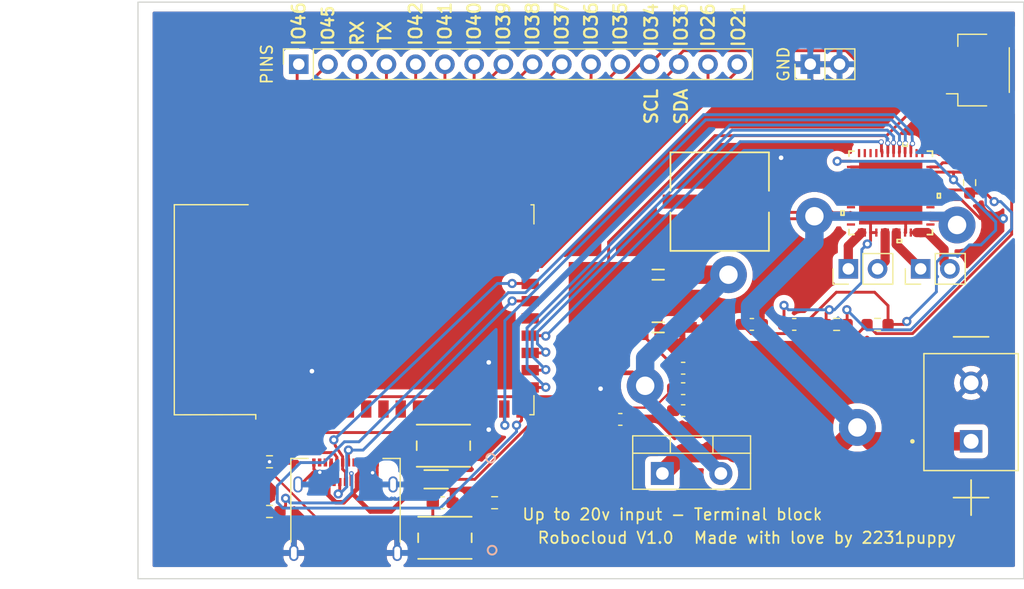
<source format=kicad_pcb>
(kicad_pcb (version 20171130) (host pcbnew "(5.1.9-0-10_14)")
  (layers (0 F.Cu signal) (31 B.Cu signal) (34 B.Paste user) (35 F.Paste user) (36 B.SilkS user) (37 F.SilkS user) (38 B.Mask user) (39 F.Mask user) (44 Edge.Cuts user))
  (net 0 "")
  (net 1 "Net-(C1-Pad1)")
  (net 2 "Net-(C2-Pad1)")
  (net 3 "Net-(C4-Pad2)")
  (net 4 "Net-(C5-Pad1)")
  (net 5 "Net-(D1-Pad2)")
  (net 6 "Net-(D2-Pad1)")
  (net 7 "Net-(J1-Pad1)")
  (net 8 "Net-(J1-Pad2)")
  (net 9 "Net-(J1-Pad3)")
  (net 10 "Net-(J1-Pad4)")
  (net 11 "Net-(J1-Pad5)")
  (net 12 "Net-(J1-Pad6)")
  (net 13 "Net-(J1-Pad7)")
  (net 14 "Net-(J1-Pad8)")
  (net 15 "Net-(J1-Pad9)")
  (net 16 "Net-(J1-Pad10)")
  (net 17 "Net-(J1-Pad11)")
  (net 18 "Net-(J1-Pad12)")
  (net 19 "Net-(J1-Pad13)")
  (net 20 "Net-(J1-Pad14)")
  (net 21 "Net-(J1-Pad15)")
  (net 22 "Net-(J1-Pad16)")
  (net 23 "Net-(J3-PadA2)")
  (net 24 "Net-(J3-PadA3)")
  (net 25 "Net-(J3-PadA5)")
  (net 26 "Net-(J3-PadA6)")
  (net 27 "Net-(J3-PadA7)")
  (net 28 "Net-(J3-PadA10)")
  (net 29 "Net-(J3-PadA8)")
  (net 30 "Net-(J3-PadA11)")
  (net 31 "Net-(J3-PadB2)")
  (net 32 "Net-(J3-PadB3)")
  (net 33 "Net-(J3-PadB5)")
  (net 34 "Net-(J3-PadB8)")
  (net 35 "Net-(J3-PadB10)")
  (net 36 "Net-(J3-PadB11)")
  (net 37 "Net-(M1-Pad2)")
  (net 38 "Net-(M1-Pad1)")
  (net 39 "Net-(M2-Pad1)")
  (net 40 "Net-(M2-Pad2)")
  (net 41 "Net-(R1-Pad2)")
  (net 42 "Net-(SW1-Pad2)")
  (net 43 "Net-(U1-Pad3)")
  (net 44 "Net-(U1-Pad4)")
  (net 45 "Net-(U1-Pad5)")
  (net 46 "Net-(U1-Pad6)")
  (net 47 "Net-(U1-Pad7)")
  (net 48 "Net-(U1-Pad9)")
  (net 49 "Net-(U1-Pad12)")
  (net 50 "Net-(U1-Pad25)")
  (net 51 "Net-(U1-Pad28)")
  (net 52 "Net-(U1-Pad36)")
  (net 53 "Net-(U1-Pad37)")
  (net 54 "Net-(U1-Pad38)")
  (net 55 "Net-(U1-Pad39)")
  (net 56 "Net-(U1-Pad40)")
  (net 57 "Net-(U1-Pad41)")
  (net 58 "Net-(U1-Pad42)")
  (net 59 "Net-(U1-Pad43)")
  (net 60 "Net-(U1-Pad44)")
  (net 61 "Net-(U1-Pad45)")
  (net 62 "Net-(U1-Pad46)")
  (net 63 "Net-(U1-Pad47)")
  (net 64 "Net-(U1-Pad48)")
  (net 65 "Net-(U2-Pad14)")
  (net 66 "Net-(U2-Pad13)")
  (net 67 "Net-(U2-Pad12)")
  (net 68 "Net-(U2-Pad11)")
  (net 69 "Net-(U2-Pad10)")
  (net 70 "Net-(U2-Pad9)")
  (net 71 "Net-(U2-Pad8)")
  (net 72 "Net-(U2-Pad7)")
  (net 73 "Net-(U2-Pad6)")
  (net 74 "Net-(U2-Pad5)")
  (net 75 "Net-(U2-Pad4)")
  (net 76 "Net-(U2-Pad21)")
  (net 77 GND)
  (net 78 "Net-(C4-Pad1)")
  (net 79 SW2-Pad2)
  (module tb006-508:CUI_TB006-508-02BE (layer F.Cu) (at 193.04 100.838 90)
    (fp_text reference J2 hide)
    (fp_text value Barrel_Jack hide)
    (pad 2 thru_hole circle (at 5.08 0 90) (size 1.95 1.95) (drill 1.3) (layers *.Cu *.Mask) (net 77 GND))
    (pad 1 thru_hole rect (at 0 0 90) (size 1.95 1.95) (drill 1.3) (layers *.Cu *.Mask) (net 2 "Net-(C2-Pad1)"))
  )
  (module Resistor_SMD:R_0603_1608Metric_Pad0.98x0.95mm_HandSolder (layer F.Cu) (at 151.638 106.172)
    (fp_text reference REF** hide)
    (fp_text value R_0603_1608Metric_Pad0.98x0.95mm_HandSolder hide)
    (pad 2 smd roundrect (at 0.9125 0) (size 0.975 0.95) (layers F.Cu F.Paste F.Mask) (net 4 "Net-(C5-Pad1)"))
    (pad 1 smd roundrect (at -0.9125 0) (size 0.975 0.95) (layers F.Cu F.Paste F.Mask) (net 79 SW2-Pad2))
  )
  (module Capacitor_SMD:C_0603_1608Metric_Pad1.08x0.95mm_HandSolder (layer F.Cu) (at 147.1295 106.172)
    (fp_text reference C hide)
    (fp_text value C_0603_1608Metric_Pad1.08x0.95mm_HandSolder hide)
    (pad 2 smd roundrect (at 0.8625 0) (size 1.075 0.95) (layers F.Cu F.Paste F.Mask) (net 77 GND))
    (pad 1 smd roundrect (at -0.8625 0) (size 1.075 0.95) (layers F.Cu F.Paste F.Mask) (net 79 SW2-Pad2))
  )
  (module "SMD_PUSHBTN:PTS815 SJM 250 SMTR LFS" (layer F.Cu) (at 147.32 109.22 180)
    (fp_text reference SW1 hide)
    (fp_text value SW_Push hide)
    (pad 4 smd rect (at 2.250001 1.074999 180) (size 0.9906 0.7112) (layers F.Cu F.Paste F.Mask))
    (pad 3 smd rect (at -2.250001 1.074999 180) (size 0.9906 0.7112) (layers F.Cu F.Paste F.Mask))
    (pad 2 smd rect (at 2.250001 -1.074999 180) (size 0.9906 0.7112) (layers F.Cu F.Paste F.Mask) (net 79 SW2-Pad2))
    (pad 1 smd rect (at -2.250001 -1.074999 180) (size 0.9906 0.7112) (layers F.Cu F.Paste F.Mask) (net 77 GND))
  )
  (module Connector_JST:JST_SH_SM04B-SRSS-TB_1x04-1MP_P1.00mm_Horizontal (layer F.Cu) (at 193.675 68.58 90)
    (fp_text reference REF** hide)
    (fp_text value JST_SH_SM04B-SRSS-TB_1x04-1MP_P1.00mm_Horizontal hide)
    (pad MP smd roundrect (at 2.8 1.875 90) (size 1.2 1.8) (layers F.Cu F.Paste F.Mask) (roundrect_rratio 0.208333))
    (pad MP smd roundrect (at -2.8 1.875 90) (size 1.2 1.8) (layers F.Cu F.Paste F.Mask) (roundrect_rratio 0.208333))
    (pad 4 smd roundrect (at 1.5 -2 90) (size 0.6 1.55) (layers F.Cu F.Paste F.Mask) (net 19 "Net-(J1-Pad13)"))
    (pad 3 smd roundrect (at 0.5 -2 90) (size 0.6 1.55) (layers F.Cu F.Paste F.Mask) (net 20 "Net-(J1-Pad14)"))
    (pad 2 smd roundrect (at -0.5 -2 90) (size 0.6 1.55) (layers F.Cu F.Paste F.Mask) (net 4 "Net-(C5-Pad1)"))
    (pad 1 smd roundrect (at -1.5 -2 90) (size 0.6 1.55) (layers F.Cu F.Paste F.Mask) (net 77 GND))
  )
  (module Package_TO_SOT_THT:TO-220-2_Vertical (layer F.Cu) (at 166.2176 103.632)
    (fp_text reference D1 hide)
    (fp_text value DIODE hide)
    (pad 1 thru_hole rect (at 0 0) (size 2 2) (drill 1.1) (layers *.Cu *.Mask) (net 2 "Net-(C2-Pad1)"))
    (pad 2 thru_hole oval (at 5.08 0) (size 2 2) (drill 1.1) (layers *.Cu *.Mask) (net 5 "Net-(D1-Pad2)"))
  )
  (module RF_Module:ESP32-S2-WROVER (layer F.Cu) (at 143.256 89.408 90)
    (fp_text reference U2 hide)
    (fp_text value ESP32-S2-WROVER hide)
    (pad 43 smd rect (at -1.19 -3.735 90) (size 4.1 4.1) (layers F.Cu F.Paste F.Mask) (net 77 GND))
    (pad 42 smd rect (at 8.625 -11.675 90) (size 1.5 0.9) (layers F.Cu F.Paste F.Mask) (net 77 GND))
    (pad 41 smd rect (at 8.625 -10.275 90) (size 1.5 0.9) (layers F.Cu F.Paste F.Mask) (net 79 SW2-Pad2))
    (pad 40 smd rect (at 8.625 -8.775 90) (size 1.5 0.9) (layers F.Cu F.Paste F.Mask) (net 7 "Net-(J1-Pad1)"))
    (pad 39 smd rect (at 8.625 -7.175 90) (size 1.5 0.9) (layers F.Cu F.Paste F.Mask) (net 8 "Net-(J1-Pad2)"))
    (pad 25 smd rect (at 5.25 11.475 90) (size 0.9 1.5) (layers F.Cu F.Paste F.Mask) (net 21 "Net-(J1-Pad15)"))
    (pad 26 smd rect (at 6.75 11.475 90) (size 0.9 1.5) (layers F.Cu F.Paste F.Mask) (net 77 GND))
    (pad 27 smd rect (at 8.625 10.825 90) (size 1.5 0.9) (layers F.Cu F.Paste F.Mask) (net 20 "Net-(J1-Pad14)"))
    (pad 28 smd rect (at 8.625 9.325 90) (size 1.5 0.9) (layers F.Cu F.Paste F.Mask) (net 19 "Net-(J1-Pad13)"))
    (pad 29 smd rect (at 8.625 7.825 90) (size 1.5 0.9) (layers F.Cu F.Paste F.Mask) (net 18 "Net-(J1-Pad12)"))
    (pad 30 smd rect (at 8.625 6.325 90) (size 1.5 0.9) (layers F.Cu F.Paste F.Mask) (net 17 "Net-(J1-Pad11)"))
    (pad 31 smd rect (at 8.625 4.825 90) (size 1.5 0.9) (layers F.Cu F.Paste F.Mask) (net 16 "Net-(J1-Pad10)"))
    (pad 32 smd rect (at 8.625 3.325 90) (size 1.5 0.9) (layers F.Cu F.Paste F.Mask) (net 15 "Net-(J1-Pad9)"))
    (pad 33 smd rect (at 8.625 1.825 90) (size 1.5 0.9) (layers F.Cu F.Paste F.Mask) (net 14 "Net-(J1-Pad8)"))
    (pad 34 smd rect (at 8.625 0.325 90) (size 1.5 0.9) (layers F.Cu F.Paste F.Mask) (net 13 "Net-(J1-Pad7)"))
    (pad 35 smd rect (at 8.625 -1.175 90) (size 1.5 0.9) (layers F.Cu F.Paste F.Mask) (net 12 "Net-(J1-Pad6)"))
    (pad 36 smd rect (at 8.625 -2.675 90) (size 1.5 0.9) (layers F.Cu F.Paste F.Mask) (net 11 "Net-(J1-Pad5)"))
    (pad 37 smd rect (at 8.625 -4.175 90) (size 1.5 0.9) (layers F.Cu F.Paste F.Mask) (net 10 "Net-(J1-Pad4)"))
    (pad 38 smd rect (at 8.625 -5.675 90) (size 1.5 0.9) (layers F.Cu F.Paste F.Mask) (net 9 "Net-(J1-Pad3)"))
    (pad 14 smd rect (at -8.625 7.725 90) (size 1.5 0.9) (layers F.Cu F.Paste F.Mask) (net 65 "Net-(U2-Pad14)"))
    (pad 13 smd rect (at -8.625 6.225 90) (size 1.5 0.9) (layers F.Cu F.Paste F.Mask) (net 66 "Net-(U2-Pad13)"))
    (pad 12 smd rect (at -8.625 4.725 90) (size 1.5 0.9) (layers F.Cu F.Paste F.Mask) (net 67 "Net-(U2-Pad12)"))
    (pad 11 smd rect (at -8.625 3.225 90) (size 1.5 0.9) (layers F.Cu F.Paste F.Mask) (net 68 "Net-(U2-Pad11)"))
    (pad 10 smd rect (at -8.625 1.725 90) (size 1.5 0.9) (layers F.Cu F.Paste F.Mask) (net 69 "Net-(U2-Pad10)"))
    (pad 9 smd rect (at -8.625 0.225 90) (size 1.5 0.9) (layers F.Cu F.Paste F.Mask) (net 70 "Net-(U2-Pad9)"))
    (pad 8 smd rect (at -8.625 -1.275 90) (size 1.5 0.9) (layers F.Cu F.Paste F.Mask) (net 71 "Net-(U2-Pad8)"))
    (pad 7 smd rect (at -8.625 -2.775 90) (size 1.5 0.9) (layers F.Cu F.Paste F.Mask) (net 72 "Net-(U2-Pad7)"))
    (pad 6 smd rect (at -8.625 -4.275 90) (size 1.5 0.9) (layers F.Cu F.Paste F.Mask) (net 73 "Net-(U2-Pad6)"))
    (pad 5 smd rect (at -8.625 -5.775 90) (size 1.5 0.9) (layers F.Cu F.Paste F.Mask) (net 74 "Net-(U2-Pad5)"))
    (pad 4 smd rect (at -8.625 -7.275 90) (size 1.5 0.9) (layers F.Cu F.Paste F.Mask) (net 75 "Net-(U2-Pad4)"))
    (pad 3 smd rect (at -8.625 -8.775 90) (size 1.5 0.9) (layers F.Cu F.Paste F.Mask) (net 42 "Net-(SW1-Pad2)"))
    (pad 2 smd rect (at -8.625 -10.275 90) (size 1.5 0.9) (layers F.Cu F.Paste F.Mask) (net 4 "Net-(C5-Pad1)"))
    (pad 24 smd rect (at 3.75 11.475 90) (size 0.9 1.5) (layers F.Cu F.Paste F.Mask) (net 22 "Net-(J1-Pad16)"))
    (pad 23 smd rect (at 2.25 11.475 90) (size 0.9 1.5) (layers F.Cu F.Paste F.Mask) (net 26 "Net-(J3-PadA6)"))
    (pad 22 smd rect (at 0.75 11.475 90) (size 0.9 1.5) (layers F.Cu F.Paste F.Mask) (net 27 "Net-(J3-PadA7)"))
    (pad 21 smd rect (at -0.75 11.475 90) (size 0.9 1.5) (layers F.Cu F.Paste F.Mask) (net 76 "Net-(U2-Pad21)"))
    (pad 20 smd rect (at -2.25 11.475 90) (size 0.9 1.5) (layers F.Cu F.Paste F.Mask) (net 60 "Net-(U1-Pad44)"))
    (pad 19 smd rect (at -3.75 11.475 90) (size 0.9 1.5) (layers F.Cu F.Paste F.Mask) (net 59 "Net-(U1-Pad43)"))
    (pad 18 smd rect (at -5.25 11.475 90) (size 0.9 1.5) (layers F.Cu F.Paste F.Mask) (net 58 "Net-(U1-Pad42)"))
    (pad 17 smd rect (at -6.75 11.475 90) (size 0.9 1.5) (layers F.Cu F.Paste F.Mask) (net 57 "Net-(U1-Pad41)"))
    (pad 16 smd rect (at -8.625 10.725 270) (size 1.5 0.9) (layers F.Cu F.Paste F.Mask) (net 55 "Net-(U1-Pad39)"))
    (pad 15 smd rect (at -8.625 9.225 270) (size 1.5 0.9) (layers F.Cu F.Paste F.Mask) (net 56 "Net-(U1-Pad40)"))
    (pad 1 smd rect (at -8.625 -11.775 90) (size 1.5 0.9) (layers F.Cu F.Paste F.Mask) (net 77 GND))
  )
  (module Connector_PinHeader_2.54mm:PinHeader_1x02_P2.54mm_Vertical (layer F.Cu) (at 188.6585 85.852 90)
    (fp_text reference M2 hide)
    (fp_text value Motor_DC hide)
    (pad 2 thru_hole oval (at 0 2.54 90) (size 1.7 1.7) (drill 1) (layers *.Cu *.Mask) (net 40 "Net-(M2-Pad2)"))
    (pad 1 thru_hole rect (at 0 0 90) (size 1.7 1.7) (drill 1) (layers *.Cu *.Mask) (net 39 "Net-(M2-Pad1)"))
  )
  (module Capacitor_SMD:C_0603_1608Metric_Pad1.08x0.95mm_HandSolder (layer F.Cu) (at 173.99 90.678)
    (fp_text reference C1 hide)
    (fp_text value 270pF hide)
    (pad 1 smd roundrect (at -0.8625 0) (size 1.075 0.95) (layers F.Cu F.Paste F.Mask) (net 1 "Net-(C1-Pad1)"))
    (pad 2 smd roundrect (at 0.8625 0) (size 1.075 0.95) (layers F.Cu F.Paste F.Mask) (net 77 GND))
  )
  (module UUD1H10MNL1GS:UUD1H101MNL1GS (layer F.Cu) (at 171.196 80.01)
    (fp_text reference C2 hide)
    (fp_text value 100µF hide)
    (pad 1 smd rect (at -3.0988 0) (size 3.7084 1.2192) (layers F.Cu F.Paste F.Mask) (net 2 "Net-(C2-Pad1)"))
    (pad 2 smd rect (at 3.0988 0) (size 3.7084 1.2192) (layers F.Cu F.Paste F.Mask) (net 77 GND))
  )
  (module Capacitor_SMD:C_0603_1608Metric_Pad1.08x0.95mm_HandSolder (layer F.Cu) (at 162.56 98.933 180)
    (fp_text reference C3 hide)
    (fp_text value 0.1µF hide)
    (pad 1 smd roundrect (at -0.8625 0 180) (size 1.075 0.95) (layers F.Cu F.Paste F.Mask) (net 77 GND))
    (pad 2 smd roundrect (at 0.8625 0 180) (size 1.075 0.95) (layers F.Cu F.Paste F.Mask) (net 2 "Net-(C2-Pad1)"))
  )
  (module Capacitor_SMD:C_0603_1608Metric_Pad1.08x0.95mm_HandSolder (layer F.Cu) (at 177.673 90.678)
    (fp_text reference C4 hide)
    (fp_text value 0.1µF hide)
    (pad 2 smd roundrect (at 0.8625 0) (size 1.075 0.95) (layers F.Cu F.Paste F.Mask) (net 3 "Net-(C4-Pad2)"))
    (pad 1 smd roundrect (at -0.8625 0) (size 1.075 0.95) (layers F.Cu F.Paste F.Mask) (net 78 "Net-(C4-Pad1)"))
  )
  (module Capacitor_SMD:C_0603_1608Metric_Pad1.08x0.95mm_HandSolder (layer F.Cu) (at 168.021 98.171)
    (fp_text reference C5 hide)
    (fp_text value 0.1µF hide)
    (pad 2 smd roundrect (at 0.8625 0) (size 1.075 0.95) (layers F.Cu F.Paste F.Mask) (net 77 GND))
    (pad 1 smd roundrect (at -0.8625 0) (size 1.075 0.95) (layers F.Cu F.Paste F.Mask) (net 4 "Net-(C5-Pad1)"))
  )
  (module Capacitor_SMD:C_0603_1608Metric_Pad1.08x0.95mm_HandSolder (layer F.Cu) (at 168.021 96.266)
    (fp_text reference C6 hide)
    (fp_text value 10µF hide)
    (pad 2 smd roundrect (at 0.8625 0) (size 1.075 0.95) (layers F.Cu F.Paste F.Mask) (net 77 GND))
    (pad 1 smd roundrect (at -0.8625 0) (size 1.075 0.95) (layers F.Cu F.Paste F.Mask) (net 4 "Net-(C5-Pad1)"))
  )
  (module Capacitor_SMD:C_0603_1608Metric_Pad1.08x0.95mm_HandSolder (layer F.Cu) (at 168.021 94.488)
    (fp_text reference C7 hide)
    (fp_text value 10μF hide)
    (pad 1 smd roundrect (at -0.8625 0) (size 1.075 0.95) (layers F.Cu F.Paste F.Mask) (net 4 "Net-(C5-Pad1)"))
    (pad 2 smd roundrect (at 0.8625 0) (size 1.075 0.95) (layers F.Cu F.Paste F.Mask) (net 77 GND))
  )
  (module 1n4148:1N4148WX-TP (layer F.Cu) (at 146.558 104.14)
    (fp_text reference D2 hide)
    (fp_text value DIODE hide)
    (pad 1 smd rect (at -1.1303 0) (size 1.1684 0.4572) (layers F.Cu F.Paste F.Mask) (net 6 "Net-(D2-Pad1)"))
    (pad 2 smd rect (at 1.1303 0) (size 1.1684 0.4572) (layers F.Cu F.Paste F.Mask) (net 5 "Net-(D1-Pad2)"))
  )
  (module Connector_PinSocket_2.54mm:PinSocket_1x16_P2.54mm_Vertical (layer F.Cu) (at 134.62 68.072 90)
    (fp_text reference PINS (at 0 -2.77 90) (layer F.SilkS))
    (fp_text value Conn_01x16_Female hide)
    (pad 1 thru_hole rect (at 0 0 90) (size 1.7 1.7) (drill 1) (layers *.Cu *.Mask) (net 7 "Net-(J1-Pad1)"))
    (pad 2 thru_hole oval (at 0 2.54 90) (size 1.7 1.7) (drill 1) (layers *.Cu *.Mask) (net 8 "Net-(J1-Pad2)"))
    (pad 3 thru_hole oval (at 0 5.08 90) (size 1.7 1.7) (drill 1) (layers *.Cu *.Mask) (net 9 "Net-(J1-Pad3)"))
    (pad 4 thru_hole oval (at 0 7.62 90) (size 1.7 1.7) (drill 1) (layers *.Cu *.Mask) (net 10 "Net-(J1-Pad4)"))
    (pad 5 thru_hole oval (at 0 10.16 90) (size 1.7 1.7) (drill 1) (layers *.Cu *.Mask) (net 11 "Net-(J1-Pad5)"))
    (pad 6 thru_hole oval (at 0 12.7 90) (size 1.7 1.7) (drill 1) (layers *.Cu *.Mask) (net 12 "Net-(J1-Pad6)"))
    (pad 7 thru_hole oval (at 0 15.24 90) (size 1.7 1.7) (drill 1) (layers *.Cu *.Mask) (net 13 "Net-(J1-Pad7)"))
    (pad 8 thru_hole oval (at 0 17.78 90) (size 1.7 1.7) (drill 1) (layers *.Cu *.Mask) (net 14 "Net-(J1-Pad8)"))
    (pad 9 thru_hole oval (at 0 20.32 90) (size 1.7 1.7) (drill 1) (layers *.Cu *.Mask) (net 15 "Net-(J1-Pad9)"))
    (pad 10 thru_hole oval (at 0 22.86 90) (size 1.7 1.7) (drill 1) (layers *.Cu *.Mask) (net 16 "Net-(J1-Pad10)"))
    (pad 11 thru_hole oval (at 0 25.4 90) (size 1.7 1.7) (drill 1) (layers *.Cu *.Mask) (net 17 "Net-(J1-Pad11)"))
    (pad 12 thru_hole oval (at 0 27.94 90) (size 1.7 1.7) (drill 1) (layers *.Cu *.Mask) (net 18 "Net-(J1-Pad12)"))
    (pad 13 thru_hole oval (at 0 30.48 90) (size 1.7 1.7) (drill 1) (layers *.Cu *.Mask) (net 19 "Net-(J1-Pad13)"))
    (pad 14 thru_hole oval (at 0 33.02 90) (size 1.7 1.7) (drill 1) (layers *.Cu *.Mask) (net 20 "Net-(J1-Pad14)"))
    (pad 15 thru_hole oval (at 0 35.56 90) (size 1.7 1.7) (drill 1) (layers *.Cu *.Mask) (net 21 "Net-(J1-Pad15)"))
    (pad 16 thru_hole oval (at 0 38.1 90) (size 1.7 1.7) (drill 1) (layers *.Cu *.Mask) (net 22 "Net-(J1-Pad16)"))
  )
  (module Connector_USB:USB_C_Receptacle_Amphenol_12401610E4-2A (layer F.Cu) (at 138.684 107.696)
    (fp_text reference J3 hide)
    (fp_text value USB_C_Receptacle hide)
    (pad S1 thru_hole oval (at -4.13 -3.11) (size 0.8 1.4) (drill oval 0.5 1.1) (layers *.Cu *.Mask) (net 77 GND))
    (pad A1 smd rect (at -2.75 -5.02) (size 0.3 0.7) (layers F.Cu F.Paste F.Mask) (net 77 GND))
    (pad A2 smd rect (at -2.25 -5.02) (size 0.3 0.7) (layers F.Cu F.Paste F.Mask) (net 23 "Net-(J3-PadA2)"))
    (pad A3 smd rect (at -1.75 -5.02) (size 0.3 0.7) (layers F.Cu F.Paste F.Mask) (net 24 "Net-(J3-PadA3)"))
    (pad A4 smd rect (at -1.25 -5.02) (size 0.3 0.7) (layers F.Cu F.Paste F.Mask) (net 6 "Net-(D2-Pad1)"))
    (pad A5 smd rect (at -0.75 -5.02) (size 0.3 0.7) (layers F.Cu F.Paste F.Mask) (net 25 "Net-(J3-PadA5)"))
    (pad A6 smd rect (at -0.25 -5.02) (size 0.3 0.7) (layers F.Cu F.Paste F.Mask) (net 26 "Net-(J3-PadA6)"))
    (pad A7 smd rect (at 0.25 -5.02) (size 0.3 0.7) (layers F.Cu F.Paste F.Mask) (net 27 "Net-(J3-PadA7)"))
    (pad A12 smd rect (at 2.75 -5.02) (size 0.3 0.7) (layers F.Cu F.Paste F.Mask) (net 77 GND))
    (pad A10 smd rect (at 1.75 -5.02) (size 0.3 0.7) (layers F.Cu F.Paste F.Mask) (net 28 "Net-(J3-PadA10)"))
    (pad A9 smd rect (at 1.25 -5.02) (size 0.3 0.7) (layers F.Cu F.Paste F.Mask) (net 6 "Net-(D2-Pad1)"))
    (pad A8 smd rect (at 0.75 -5.02) (size 0.3 0.7) (layers F.Cu F.Paste F.Mask) (net 29 "Net-(J3-PadA8)"))
    (pad A11 smd rect (at 2.25 -5.02) (size 0.3 0.7) (layers F.Cu F.Paste F.Mask) (net 30 "Net-(J3-PadA11)"))
    (pad B1 smd rect (at 2.5 -3.32) (size 0.3 0.7) (layers F.Cu F.Paste F.Mask) (net 77 GND))
    (pad S1 thru_hole oval (at 4.13 -3.11) (size 0.8 1.4) (drill oval 0.5 1.1) (layers *.Cu *.Mask) (net 77 GND))
    (pad S1 thru_hole oval (at 4.49 2.84) (size 0.8 1.4) (drill oval 0.5 1.1) (layers *.Cu *.Mask) (net 77 GND))
    (pad S1 thru_hole oval (at -4.49 2.84) (size 0.8 1.4) (drill oval 0.5 1.1) (layers *.Cu *.Mask) (net 77 GND))
    (pad "" np_thru_hole oval (at 3.6 -4.36) (size 0.95 0.65) (drill oval 0.95 0.65) (layers *.Cu *.Mask))
    (pad "" np_thru_hole circle (at -3.6 -4.36) (size 0.65 0.65) (drill 0.65) (layers *.Cu *.Mask))
    (pad B2 smd rect (at 2 -3.32) (size 0.3 0.7) (layers F.Cu F.Paste F.Mask) (net 31 "Net-(J3-PadB2)"))
    (pad B3 smd rect (at 1.5 -3.32) (size 0.3 0.7) (layers F.Cu F.Paste F.Mask) (net 32 "Net-(J3-PadB3)"))
    (pad B4 smd rect (at 1 -3.32) (size 0.3 0.7) (layers F.Cu F.Paste F.Mask) (net 6 "Net-(D2-Pad1)"))
    (pad B5 smd rect (at 0.5 -3.32) (size 0.3 0.7) (layers F.Cu F.Paste F.Mask) (net 33 "Net-(J3-PadB5)"))
    (pad B6 smd rect (at 0 -3.32) (size 0.3 0.7) (layers F.Cu F.Paste F.Mask) (net 26 "Net-(J3-PadA6)"))
    (pad B7 smd rect (at -0.5 -3.32) (size 0.3 0.7) (layers F.Cu F.Paste F.Mask) (net 27 "Net-(J3-PadA7)"))
    (pad B8 smd rect (at -1 -3.32) (size 0.3 0.7) (layers F.Cu F.Paste F.Mask) (net 34 "Net-(J3-PadB8)"))
    (pad B9 smd rect (at -1.5 -3.32) (size 0.3 0.7) (layers F.Cu F.Paste F.Mask) (net 6 "Net-(D2-Pad1)"))
    (pad B10 smd rect (at -2 -3.32) (size 0.3 0.7) (layers F.Cu F.Paste F.Mask) (net 35 "Net-(J3-PadB10)"))
    (pad B11 smd rect (at -2.5 -3.32) (size 0.3 0.7) (layers F.Cu F.Paste F.Mask) (net 36 "Net-(J3-PadB11)"))
    (pad B12 smd rect (at -3 -3.32) (size 0.3 0.7) (layers F.Cu F.Paste F.Mask) (net 77 GND))
  )
  (module Connector_PinHeader_2.54mm:PinHeader_1x02_P2.54mm_Vertical (layer F.Cu) (at 179.07 68.072 90)
    (fp_text reference GND (at 0 -2.33 90) (layer F.SilkS))
    (fp_text value Conn_01x02_Female hide)
    (pad 1 thru_hole rect (at 0 0 90) (size 1.7 1.7) (drill 1) (layers *.Cu *.Mask) (net 77 GND))
    (pad 2 thru_hole oval (at 0 2.54 90) (size 1.7 1.7) (drill 1) (layers *.Cu *.Mask) (net 77 GND))
  )
  (module Connector_PinHeader_2.54mm:PinHeader_1x02_P2.54mm_Vertical (layer F.Cu) (at 182.372 85.852 90)
    (fp_text reference M1 hide)
    (fp_text value Motor_DC hide)
    (pad 2 thru_hole oval (at 0 2.54 90) (size 1.7 1.7) (drill 1) (layers *.Cu *.Mask) (net 37 "Net-(M1-Pad2)"))
    (pad 1 thru_hole rect (at 0 0 90) (size 1.7 1.7) (drill 1) (layers *.Cu *.Mask) (net 38 "Net-(M1-Pad1)"))
  )
  (module Resistor_SMD:R_0603_1608Metric_Pad0.98x0.95mm_HandSolder (layer F.Cu) (at 181.356 90.678)
    (fp_text reference R1 hide)
    (fp_text value 10kΩ hide)
    (pad 1 smd roundrect (at -0.9125 0) (size 0.975 0.95) (layers F.Cu F.Paste F.Mask) (net 78 "Net-(C4-Pad1)"))
    (pad 2 smd roundrect (at 0.9125 0) (size 0.975 0.95) (layers F.Cu F.Paste F.Mask) (net 41 "Net-(R1-Pad2)"))
  )
  (module Resistor_SMD:R_0603_1608Metric_Pad0.98x0.95mm_HandSolder (layer F.Cu) (at 184.912 90.678 180)
    (fp_text reference R2 hide)
    (fp_text value 5.1kΩ hide)
    (pad 1 smd roundrect (at -0.9125 0 180) (size 0.975 0.95) (layers F.Cu F.Paste F.Mask) (net 3 "Net-(C4-Pad2)"))
    (pad 2 smd roundrect (at 0.9125 0 180) (size 0.975 0.95) (layers F.Cu F.Paste F.Mask) (net 1 "Net-(C1-Pad1)"))
  )
  (module Resistor_SMD:R_0603_1608Metric_Pad0.98x0.95mm_HandSolder (layer F.Cu) (at 192.913 78.359 270)
    (fp_text reference Re hide)
    (fp_text value 10kΩ hide)
    (pad 2 smd roundrect (at 0.9125 0 270) (size 0.975 0.95) (layers F.Cu F.Paste F.Mask) (net 41 "Net-(R1-Pad2)"))
    (pad 1 smd roundrect (at -0.9125 0 270) (size 0.975 0.95) (layers F.Cu F.Paste F.Mask) (net 3 "Net-(C4-Pad2)"))
  )
  (module Resistor_SMD:R_0603_1608Metric_Pad0.98x0.95mm_HandSolder (layer F.Cu) (at 132.08 102.616 180)
    (fp_text reference R4 hide)
    (fp_text value 5.1kΩ hide)
    (pad 1 smd roundrect (at -0.9125 0 180) (size 0.975 0.95) (layers F.Cu F.Paste F.Mask) (net 77 GND))
    (pad 2 smd roundrect (at 0.9125 0 180) (size 0.975 0.95) (layers F.Cu F.Paste F.Mask) (net 25 "Net-(J3-PadA5)"))
  )
  (module Resistor_SMD:R_0603_1608Metric_Pad0.98x0.95mm_HandSolder (layer F.Cu) (at 132.08 106.934)
    (fp_text reference R5 hide)
    (fp_text value 5.1kΩ hide)
    (pad 2 smd roundrect (at 0.9125 0) (size 0.975 0.95) (layers F.Cu F.Paste F.Mask) (net 33 "Net-(J3-PadB5)"))
    (pad 1 smd roundrect (at -0.9125 0) (size 0.975 0.95) (layers F.Cu F.Paste F.Mask) (net 77 GND))
  )
  (module "SMD_PUSHBTN:PTS815 SJM 250 SMTR LFS" (layer F.Cu) (at 147.193 101.219 180)
    (fp_text reference SW1 hide)
    (fp_text value SW_Push hide)
    (pad 1 smd rect (at -2.250001 -1.074999 180) (size 0.9906 0.7112) (layers F.Cu F.Paste F.Mask) (net 77 GND))
    (pad 2 smd rect (at 2.250001 -1.074999 180) (size 0.9906 0.7112) (layers F.Cu F.Paste F.Mask) (net 42 "Net-(SW1-Pad2)"))
    (pad 3 smd rect (at -2.250001 1.074999 180) (size 0.9906 0.7112) (layers F.Cu F.Paste F.Mask))
    (pad 4 smd rect (at 2.250001 1.074999 180) (size 0.9906 0.7112) (layers F.Cu F.Paste F.Mask))
  )
  (module tb67h420:TB67H420FTG_EL (layer F.Cu) (at 186.055 79.248)
    (fp_text reference U1 hide)
    (fp_text value TB67H420FTG_EL hide)
    (pad 1 smd rect (at -3.452398 -2.75 90) (size 0.1992 0.7048) (layers F.Cu F.Paste F.Mask) (net 3 "Net-(C4-Pad2)"))
    (pad 2 smd rect (at -3.452398 -2.250001 90) (size 0.1992 0.7048) (layers F.Cu F.Paste F.Mask) (net 78 "Net-(C4-Pad1)"))
    (pad 3 smd rect (at -3.452398 -1.749999 90) (size 0.1992 0.7048) (layers F.Cu F.Paste F.Mask) (net 43 "Net-(U1-Pad3)"))
    (pad 4 smd rect (at -3.452398 -1.25 90) (size 0.1992 0.7048) (layers F.Cu F.Paste F.Mask) (net 44 "Net-(U1-Pad4)"))
    (pad 5 smd rect (at -3.452398 -0.750001 90) (size 0.1992 0.7048) (layers F.Cu F.Paste F.Mask) (net 45 "Net-(U1-Pad5)"))
    (pad 6 smd rect (at -3.452398 -0.25 90) (size 0.1992 0.7048) (layers F.Cu F.Paste F.Mask) (net 46 "Net-(U1-Pad6)"))
    (pad 7 smd rect (at -3.452398 0.25 90) (size 0.1992 0.7048) (layers F.Cu F.Paste F.Mask) (net 47 "Net-(U1-Pad7)"))
    (pad 8 smd rect (at -3.452398 0.750001 90) (size 0.1992 0.7048) (layers F.Cu F.Paste F.Mask) (net 78 "Net-(C4-Pad1)"))
    (pad 9 smd rect (at -3.452398 1.25 90) (size 0.1992 0.7048) (layers F.Cu F.Paste F.Mask) (net 48 "Net-(U1-Pad9)"))
    (pad 10 smd rect (at -3.452398 1.749999 90) (size 0.1992 0.7048) (layers F.Cu F.Paste F.Mask) (net 2 "Net-(C2-Pad1)"))
    (pad 11 smd rect (at -3.452398 2.250001 90) (size 0.1992 0.7048) (layers F.Cu F.Paste F.Mask) (net 2 "Net-(C2-Pad1)"))
    (pad 12 smd rect (at -3.452398 2.75 90) (size 0.1992 0.7048) (layers F.Cu F.Paste F.Mask) (net 49 "Net-(U1-Pad12)"))
    (pad 13 smd rect (at -2.75 3.452398) (size 0.1992 0.7048) (layers F.Cu F.Paste F.Mask) (net 38 "Net-(M1-Pad1)"))
    (pad 14 smd rect (at -2.250001 3.452398) (size 0.1992 0.7048) (layers F.Cu F.Paste F.Mask) (net 38 "Net-(M1-Pad1)"))
    (pad 15 smd rect (at -1.749999 3.452398) (size 0.1992 0.7048) (layers F.Cu F.Paste F.Mask) (net 78 "Net-(C4-Pad1)"))
    (pad 16 smd rect (at -1.25 3.452398) (size 0.1992 0.7048) (layers F.Cu F.Paste F.Mask) (net 78 "Net-(C4-Pad1)"))
    (pad 17 smd rect (at -0.750001 3.452398) (size 0.1992 0.7048) (layers F.Cu F.Paste F.Mask) (net 37 "Net-(M1-Pad2)"))
    (pad 18 smd rect (at -0.25 3.452398) (size 0.1992 0.7048) (layers F.Cu F.Paste F.Mask) (net 37 "Net-(M1-Pad2)"))
    (pad 19 smd rect (at 0.25 3.452398) (size 0.1992 0.7048) (layers F.Cu F.Paste F.Mask) (net 39 "Net-(M2-Pad1)"))
    (pad 20 smd rect (at 0.750001 3.452398) (size 0.1992 0.7048) (layers F.Cu F.Paste F.Mask) (net 39 "Net-(M2-Pad1)"))
    (pad 21 smd rect (at 1.25 3.452398) (size 0.1992 0.7048) (layers F.Cu F.Paste F.Mask) (net 78 "Net-(C4-Pad1)"))
    (pad 22 smd rect (at 1.749999 3.452398) (size 0.1992 0.7048) (layers F.Cu F.Paste F.Mask) (net 40 "Net-(M2-Pad2)"))
    (pad 23 smd rect (at 2.250001 3.452398) (size 0.1992 0.7048) (layers F.Cu F.Paste F.Mask) (net 40 "Net-(M2-Pad2)"))
    (pad 24 smd rect (at 2.75 3.452398) (size 0.1992 0.7048) (layers F.Cu F.Paste F.Mask) (net 40 "Net-(M2-Pad2)"))
    (pad 25 smd rect (at 3.452398 2.75 90) (size 0.1992 0.7048) (layers F.Cu F.Paste F.Mask) (net 50 "Net-(U1-Pad25)"))
    (pad 26 smd rect (at 3.452398 2.250001 90) (size 0.1992 0.7048) (layers F.Cu F.Paste F.Mask) (net 2 "Net-(C2-Pad1)"))
    (pad 27 smd rect (at 3.452398 1.749999 90) (size 0.1992 0.7048) (layers F.Cu F.Paste F.Mask) (net 2 "Net-(C2-Pad1)"))
    (pad 28 smd rect (at 3.452398 1.25 90) (size 0.1992 0.7048) (layers F.Cu F.Paste F.Mask) (net 51 "Net-(U1-Pad28)"))
    (pad 29 smd rect (at 3.452398 0.750001 90) (size 0.1992 0.7048) (layers F.Cu F.Paste F.Mask) (net 77 GND))
    (pad 30 smd rect (at 3.452398 0.25 90) (size 0.1992 0.7048) (layers F.Cu F.Paste F.Mask) (net 77 GND))
    (pad 31 smd rect (at 3.452398 -0.25 90) (size 0.1992 0.7048) (layers F.Cu F.Paste F.Mask) (net 41 "Net-(R1-Pad2)"))
    (pad 32 smd rect (at 3.452398 -0.750001 90) (size 0.1992 0.7048) (layers F.Cu F.Paste F.Mask) (net 41 "Net-(R1-Pad2)"))
    (pad 33 smd rect (at 3.452398 -1.25 90) (size 0.1992 0.7048) (layers F.Cu F.Paste F.Mask) (net 3 "Net-(C4-Pad2)"))
    (pad 34 smd rect (at 3.452398 -1.749999 90) (size 0.1992 0.7048) (layers F.Cu F.Paste F.Mask) (net 3 "Net-(C4-Pad2)"))
    (pad 35 smd rect (at 3.452398 -2.250001 90) (size 0.1992 0.7048) (layers F.Cu F.Paste F.Mask) (net 1 "Net-(C1-Pad1)"))
    (pad 36 smd rect (at 3.452398 -2.75 90) (size 0.1992 0.7048) (layers F.Cu F.Paste F.Mask) (net 52 "Net-(U1-Pad36)"))
    (pad 37 smd rect (at 2.75 -3.452398) (size 0.1992 0.7048) (layers F.Cu F.Paste F.Mask) (net 53 "Net-(U1-Pad37)"))
    (pad 38 smd rect (at 2.250001 -3.452398) (size 0.1992 0.7048) (layers F.Cu F.Paste F.Mask) (net 54 "Net-(U1-Pad38)"))
    (pad 39 smd rect (at 1.749999 -3.452398) (size 0.1992 0.7048) (layers F.Cu F.Paste F.Mask) (net 55 "Net-(U1-Pad39)"))
    (pad 40 smd rect (at 1.25 -3.452398) (size 0.1992 0.7048) (layers F.Cu F.Paste F.Mask) (net 56 "Net-(U1-Pad40)"))
    (pad 41 smd rect (at 0.750001 -3.452398) (size 0.1992 0.7048) (layers F.Cu F.Paste F.Mask) (net 57 "Net-(U1-Pad41)"))
    (pad 42 smd rect (at 0.25 -3.452398) (size 0.1992 0.7048) (layers F.Cu F.Paste F.Mask) (net 58 "Net-(U1-Pad42)"))
    (pad 43 smd rect (at -0.25 -3.452398) (size 0.1992 0.7048) (layers F.Cu F.Paste F.Mask) (net 59 "Net-(U1-Pad43)"))
    (pad 44 smd rect (at -0.750001 -3.452398) (size 0.1992 0.7048) (layers F.Cu F.Paste F.Mask) (net 60 "Net-(U1-Pad44)"))
    (pad 45 smd rect (at -1.25 -3.452398) (size 0.1992 0.7048) (layers F.Cu F.Paste F.Mask) (net 61 "Net-(U1-Pad45)"))
    (pad 46 smd rect (at -1.749999 -3.452398) (size 0.1992 0.7048) (layers F.Cu F.Paste F.Mask) (net 62 "Net-(U1-Pad46)"))
    (pad 47 smd rect (at -2.250001 -3.452398) (size 0.1992 0.7048) (layers F.Cu F.Paste F.Mask) (net 63 "Net-(U1-Pad47)"))
    (pad 48 smd rect (at -2.75 -3.452398) (size 0.1992 0.7048) (layers F.Cu F.Paste F.Mask) (net 64 "Net-(U1-Pad48)"))
    (pad 49 smd rect (at 0 0) (size 5.499999 5.499999) (layers F.Cu F.Paste F.Mask) (net 78 "Net-(C4-Pad1)"))
  )
  (module ncp1117:NCP1117DT33T5G (layer F.Cu) (at 161.544 88.646 90)
    (fp_text reference U1 hide)
    (fp_text value NCP1117DT33T5G hide)
    (pad 1 smd rect (at -2.290001 6.4135 90) (size 0.9398 2.4892) (layers F.Cu F.Paste F.Mask) (net 77 GND))
    (pad 2 smd rect (at 0 0 90) (size 6.7818 6.9342) (layers F.Cu F.Paste F.Mask) (net 4 "Net-(C5-Pad1)"))
    (pad 3 smd rect (at 2.290001 6.4135 90) (size 0.9398 2.4892) (layers F.Cu F.Paste F.Mask) (net 5 "Net-(D1-Pad2)"))
  )
  (gr_text - (at 193.04 91.44) (layer F.SilkS) (effects (font (size 4 4))))
  (gr_text + (at 193.04 105.41) (layer F.SilkS) (effects (font (size 4 4))))
  (gr_text SDA (at 167.8432 71.755 90) (layer F.SilkS) (effects (font (size 1.1 1.1) (thickness 0.2))))
  (gr_text SCL (at 165.2524 71.755 90) (layer F.SilkS) (effects (font (size 1.1 1.1) (thickness 0.2))))
  (gr_text "Up to 20v input - Terminal block" (at 167.0812 107.188) (layer F.SilkS) (effects (font (size 1 1))))
  (gr_text "Robocloud V1.0" (at 161.29 109.22) (layer F.SilkS) (effects (font (size 1 1))))
  (gr_text "Made with love by 2231puppy" (at 180.34 109.22) (layer F.SilkS) (effects (font (size 1 1))))
  (gr_text "IO21\n" (at 172.8216 64.6684 90) (layer F.SilkS) (effects (font (size 1.1 1.1) (thickness 0.2))))
  (gr_text "IO26\n" (at 170.18 64.6684 90) (layer F.SilkS) (effects (font (size 1.1 1.1) (thickness 0.2))))
  (gr_text "IO33\n" (at 167.8432 64.6684 90) (layer F.SilkS) (effects (font (size 1.1 1.1) (thickness 0.2))))
  (gr_text IO34 (at 165.2524 64.6684 90) (layer F.SilkS) (effects (font (size 1.1 1.1) (thickness 0.2))))
  (gr_text IO35 (at 162.56 64.5668 90) (layer F.SilkS) (effects (font (size 1.1 1.1) (thickness 0.2))))
  (gr_text IO36 (at 160.02 64.5668 90) (layer F.SilkS) (effects (font (size 1.1 1.1) (thickness 0.2))))
  (gr_text IO37 (at 157.48 64.5668 90) (layer F.SilkS) (effects (font (size 1.1 1.1) (thickness 0.2))))
  (gr_text IO38 (at 154.94 64.5668 90) (layer F.SilkS) (effects (font (size 1.1 1.1) (thickness 0.2))))
  (gr_text IO39 (at 152.4 64.5668 90) (layer F.SilkS) (effects (font (size 1.1 1.1) (thickness 0.2))))
  (gr_text IO40 (at 149.86 64.5668 90) (layer F.SilkS) (effects (font (size 1.1 1.1) (thickness 0.2))))
  (gr_text IO41 (at 147.32 64.5668 90) (layer F.SilkS) (effects (font (size 1.1 1.1) (thickness 0.2))))
  (gr_text IO42 (at 144.78 64.5668 90) (layer F.SilkS) (effects (font (size 1.1 1.1) (thickness 0.2))))
  (gr_text TX (at 142.0876 65.278 90) (layer F.SilkS) (effects (font (size 1.1 1.1) (thickness 0.2))))
  (gr_text RX (at 139.7 65.3796 90) (layer F.SilkS) (effects (font (size 1.1 1.1) (thickness 0.2))))
  (gr_text IO45 (at 137.16 64.7192 90) (layer F.SilkS) (effects (font (size 1 1) (thickness 0.2))))
  (gr_text IO46 (at 134.62 64.5668 90) (layer F.SilkS) (effects (font (size 1.1 1.1) (thickness 0.2))))
  (gr_line (start 197.612 62.6745) (end 197.612 112.776) (layer Edge.Cuts) (width 0.1))
  (gr_line (start 120.65 62.6745) (end 197.612 62.6745) (layer Edge.Cuts) (width 0.1))
  (gr_line (start 120.65 112.776) (end 120.65 62.6745) (layer Edge.Cuts) (width 0.1))
  (gr_line (start 197.612 112.776) (end 120.65 112.776) (layer Edge.Cuts) (width 0.1))
  (segment (start 183.19949 91.47801) (end 183.9995 90.678) (width 0.25) (layer F.Cu) (net 1))
  (segment (start 173.92751 91.47801) (end 183.19949 91.47801) (width 0.25) (layer F.Cu) (net 1))
  (segment (start 173.1275 90.678) (end 173.92751 91.47801) (width 0.25) (layer F.Cu) (net 1))
  (segment (start 190.21151 76.99649) (end 189.508907 76.99649) (width 0.25) (layer F.Cu) (net 1))
  (segment (start 183.9995 90.678) (end 184.79951 91.47801) (width 0.25) (layer F.Cu) (net 1))
  (segment (start 189.508907 76.99649) (end 189.507398 76.997999) (width 0.25) (layer F.Cu) (net 1))
  (segment (start 190.57401 76.63399) (end 190.21151 76.99649) (width 0.25) (layer F.Cu) (net 1))
  (segment (start 184.79951 91.47801) (end 187.947902 91.47801) (width 0.25) (layer F.Cu) (net 1))
  (segment (start 193.3835 76.63399) (end 190.57401 76.63399) (width 0.25) (layer F.Cu) (net 1))
  (segment (start 187.947902 91.47801) (end 196.565586 82.860326) (width 0.25) (layer F.Cu) (net 1))
  (segment (start 196.565586 82.860326) (end 196.565586 79.816076) (width 0.25) (layer F.Cu) (net 1))
  (segment (start 196.565586 79.816076) (end 193.3835 76.63399) (width 0.25) (layer F.Cu) (net 1))
  (segment (start 168.0972 80.01) (end 169.585201 81.498001) (width 0.25) (layer F.Cu) (net 2))
  (segment (start 182.549204 80.944601) (end 182.602602 80.997999) (width 0.25) (layer F.Cu) (net 2))
  (segment (start 168.0972 80.01) (end 169.031801 80.944601) (width 0.25) (layer F.Cu) (net 2))
  (segment (start 162.6373 99.8728) (end 161.6975 98.933) (width 0.25) (layer F.Cu) (net 2))
  (segment (start 165.4556 99.8728) (end 162.6373 99.8728) (width 0.25) (layer F.Cu) (net 2))
  (segment (start 167.9829 101.8667) (end 166.2176 103.632) (width 1.6) (layer F.Cu) (net 2))
  (segment (start 170.102898 101.8667) (end 167.9829 101.8667) (width 1.6) (layer F.Cu) (net 2))
  (segment (start 183.1594 99.6315) (end 183.1594 99.6315) (width 1.6) (layer F.Cu) (net 2))
  (segment (start 170.337599 101.631999) (end 170.102898 101.8667) (width 1.6) (layer F.Cu) (net 2))
  (segment (start 172.257601 101.631999) (end 170.337599 101.631999) (width 1.6) (layer F.Cu) (net 2))
  (segment (start 172.492302 101.8667) (end 172.257601 101.631999) (width 1.6) (layer F.Cu) (net 2))
  (segment (start 180.9242 101.8667) (end 172.492302 101.8667) (width 1.6) (layer F.Cu) (net 2))
  (segment (start 167.4495 101.8667) (end 165.4556 99.8728) (width 0.25) (layer F.Cu) (net 2))
  (segment (start 167.9829 101.8667) (end 167.4495 101.8667) (width 0.25) (layer F.Cu) (net 2))
  (segment (start 169.031801 80.944601) (end 180.512601 80.944601) (width 0.25) (layer F.Cu) (net 2))
  (via (at 179.4256 81.28) (size 3.2) (drill 1.6) (layers F.Cu B.Cu) (net 2))
  (segment (start 183.1594 99.6315) (end 173.8376 90.3097) (width 1.6) (layer B.Cu) (net 2))
  (segment (start 173.8376 90.3097) (end 173.8376 89.1032) (width 1.6) (layer B.Cu) (net 2))
  (segment (start 179.4256 83.5152) (end 179.4256 81.28) (width 1.6) (layer B.Cu) (net 2))
  (segment (start 173.8376 89.1032) (end 179.4256 83.5152) (width 1.6) (layer B.Cu) (net 2))
  (segment (start 169.585201 81.498001) (end 179.461599 81.498001) (width 0.25) (layer F.Cu) (net 2))
  (segment (start 179.453002 81.252598) (end 179.4256 81.28) (width 0.25) (layer F.Cu) (net 2))
  (segment (start 182.602602 81.252598) (end 179.453002 81.252598) (width 0.8) (layer F.Cu) (net 2))
  (segment (start 182.602602 80.997999) (end 182.602602 81.252598) (width 0.25) (layer F.Cu) (net 2))
  (segment (start 182.602602 81.252598) (end 182.602602 81.498001) (width 0.25) (layer F.Cu) (net 2))
  (segment (start 179.4256 81.28) (end 180.594 81.28) (width 0.25) (layer F.Cu) (net 2))
  (segment (start 180.594 81.28) (end 180.812001 81.498001) (width 0.25) (layer F.Cu) (net 2))
  (segment (start 179.4256 81.28) (end 180.086 81.28) (width 0.25) (layer F.Cu) (net 2))
  (segment (start 180.6956 80.6704) (end 181.023199 80.997999) (width 0.25) (layer F.Cu) (net 2))
  (segment (start 180.086 81.28) (end 180.6956 80.6704) (width 0.25) (layer F.Cu) (net 2))
  (segment (start 179.4256 81.28) (end 179.9844 81.28) (width 0.25) (layer F.Cu) (net 2))
  (via (at 191.8208 82.042) (size 3.2) (drill 1.6) (layers F.Cu B.Cu) (net 2))
  (segment (start 191.0588 81.28) (end 191.8208 82.042) (width 0.25) (layer B.Cu) (net 2))
  (segment (start 179.4256 81.28) (end 191.0588 81.28) (width 0.8) (layer B.Cu) (net 2))
  (segment (start 191.8208 82.042) (end 191.1096 81.3308) (width 0.25) (layer F.Cu) (net 2))
  (segment (start 189.5856 81.3308) (end 189.507398 81.252598) (width 0.25) (layer F.Cu) (net 2))
  (segment (start 191.1096 81.3308) (end 189.5856 81.3308) (width 0.8) (layer F.Cu) (net 2))
  (segment (start 189.507398 81.252598) (end 189.507398 81.498001) (width 0.25) (layer F.Cu) (net 2))
  (segment (start 189.507398 80.997999) (end 189.507398 81.252598) (width 0.25) (layer F.Cu) (net 2))
  (segment (start 183.1594 99.6315) (end 180.9242 101.8667) (width 1.6) (layer F.Cu) (net 2))
  (via (at 183.1594 99.6315) (size 3.2) (drill 1.6) (layers F.Cu B.Cu) (net 2))
  (segment (start 184.3659 100.838) (end 183.1594 99.6315) (width 1.6) (layer F.Cu) (net 2))
  (segment (start 193.04 100.838) (end 184.3659 100.838) (width 1.6) (layer F.Cu) (net 2))
  (via (at 181.4068 76.5048) (size 0.8) (drill 0.4) (layers F.Cu B.Cu) (net 3))
  (via (at 191.516 78.105) (size 0.8) (drill 0.4) (layers F.Cu B.Cu) (net 3))
  (via (at 187.452 90.424) (size 0.8) (drill 0.4) (layers F.Cu B.Cu) (net 3))
  (segment (start 189.558899 77.4465) (end 189.507398 77.498001) (width 0.25) (layer F.Cu) (net 3))
  (segment (start 189.507398 77.498001) (end 189.507398 77.998) (width 0.25) (layer F.Cu) (net 3))
  (segment (start 185.8245 90.678) (end 185.8245 89.0505) (width 0.25) (layer F.Cu) (net 3))
  (segment (start 185.8245 89.0505) (end 184.658 87.884) (width 0.25) (layer F.Cu) (net 3))
  (segment (start 181.3295 87.884) (end 178.5355 90.678) (width 0.25) (layer F.Cu) (net 3))
  (segment (start 184.658 87.884) (end 181.3295 87.884) (width 0.25) (layer F.Cu) (net 3))
  (segment (start 187.198 90.678) (end 187.452 90.424) (width 0.25) (layer F.Cu) (net 3))
  (segment (start 185.8245 90.678) (end 187.198 90.678) (width 0.25) (layer F.Cu) (net 3))
  (segment (start 191.516 78.105) (end 191.516 77.47) (width 0.25) (layer F.Cu) (net 3))
  (segment (start 191.4925 77.4465) (end 189.558899 77.4465) (width 0.25) (layer F.Cu) (net 3))
  (segment (start 191.516 77.47) (end 191.4925 77.4465) (width 0.25) (layer F.Cu) (net 3))
  (segment (start 192.913 77.4465) (end 191.4925 77.4465) (width 0.25) (layer F.Cu) (net 3))
  (segment (start 181.4136 76.498) (end 181.4068 76.5048) (width 0.25) (layer F.Cu) (net 3))
  (segment (start 182.602602 76.498) (end 181.4136 76.498) (width 0.25) (layer F.Cu) (net 3))
  (segment (start 189.9158 76.5048) (end 191.516 78.105) (width 0.25) (layer B.Cu) (net 3))
  (segment (start 181.4068 76.5048) (end 189.9158 76.5048) (width 0.25) (layer B.Cu) (net 3))
  (segment (start 195.1736 82.4992) (end 195.1736 81.7626) (width 0.25) (layer B.Cu) (net 3))
  (segment (start 190.634499 84.676999) (end 191.762501 84.676999) (width 0.25) (layer B.Cu) (net 3))
  (segment (start 190.023499 86.416001) (end 190.023499 85.287999) (width 0.25) (layer B.Cu) (net 3))
  (segment (start 190.023499 86.633301) (end 190.132149 86.524651) (width 0.25) (layer B.Cu) (net 3))
  (segment (start 195.1736 81.7626) (end 191.516 78.105) (width 0.25) (layer B.Cu) (net 3))
  (segment (start 190.023499 87.852501) (end 190.023499 86.633301) (width 0.25) (layer B.Cu) (net 3))
  (segment (start 192.8876 83.7692) (end 193.9036 83.7692) (width 0.25) (layer B.Cu) (net 3))
  (segment (start 187.452 90.424) (end 190.023499 87.852501) (width 0.25) (layer B.Cu) (net 3))
  (segment (start 191.871151 84.785649) (end 192.8876 83.7692) (width 0.25) (layer B.Cu) (net 3))
  (segment (start 190.023499 85.287999) (end 190.634499 84.676999) (width 0.25) (layer B.Cu) (net 3))
  (segment (start 193.9036 83.7692) (end 195.1736 82.4992) (width 0.25) (layer B.Cu) (net 3))
  (segment (start 191.762501 84.676999) (end 191.871151 84.785649) (width 0.25) (layer B.Cu) (net 3))
  (segment (start 190.132149 86.524651) (end 190.023499 86.416001) (width 0.25) (layer B.Cu) (net 3))
  (segment (start 156.872901 96.957999) (end 133.547001 96.957999) (width 0.25) (layer F.Cu) (net 4))
  (segment (start 161.544 92.2869) (end 156.872901 96.957999) (width 0.25) (layer F.Cu) (net 4))
  (segment (start 161.544 88.646) (end 161.544 92.2869) (width 0.25) (layer F.Cu) (net 4))
  (segment (start 167.1585 94.488) (end 167.1585 96.266) (width 0.25) (layer F.Cu) (net 4))
  (segment (start 167.1585 96.266) (end 167.1585 98.171) (width 0.25) (layer F.Cu) (net 4))
  (segment (start 167.1585 94.2605) (end 161.544 88.646) (width 0.25) (layer F.Cu) (net 4))
  (segment (start 167.1585 94.488) (end 167.1585 94.2605) (width 0.25) (layer F.Cu) (net 4))
  (segment (start 133.547001 97.444999) (end 132.7575 98.2345) (width 0.25) (layer F.Cu) (net 4))
  (segment (start 133.547001 96.957999) (end 133.547001 97.444999) (width 0.25) (layer F.Cu) (net 4))
  (segment (start 161.544 83.514398) (end 161.544 88.646) (width 0.25) (layer F.Cu) (net 4))
  (segment (start 170.779999 74.278399) (end 161.544 83.514398) (width 0.25) (layer F.Cu) (net 4))
  (segment (start 185.701601 74.278399) (end 170.779999 74.278399) (width 0.25) (layer F.Cu) (net 4))
  (segment (start 190.9 69.08) (end 185.701601 74.278399) (width 0.25) (layer F.Cu) (net 4))
  (segment (start 191.675 69.08) (end 190.9 69.08) (width 0.25) (layer F.Cu) (net 4))
  (segment (start 165.512499 97.912001) (end 167.1585 96.266) (width 0.2) (layer F.Cu) (net 4))
  (segment (start 160.810499 97.912001) (end 165.512499 97.912001) (width 0.2) (layer F.Cu) (net 4))
  (segment (start 152.5505 106.172) (end 160.810499 97.912001) (width 0.2) (layer F.Cu) (net 4))
  (via (at 164.719 96.012) (size 3.2) (drill 1.6) (layers F.Cu B.Cu) (net 5))
  (via (at 171.958 86.36) (size 3.2) (drill 1.6) (layers F.Cu B.Cu) (net 5))
  (segment (start 167.961501 86.36) (end 167.9575 86.355999) (width 0.25) (layer F.Cu) (net 5))
  (segment (start 171.958 86.36) (end 167.961501 86.36) (width 1.6) (layer F.Cu) (net 5))
  (segment (start 164.719 93.599) (end 171.958 86.36) (width 1.6) (layer B.Cu) (net 5))
  (segment (start 164.719 96.012) (end 164.719 93.599) (width 1.6) (layer B.Cu) (net 5))
  (segment (start 160.328705 94.886991) (end 163.593991 94.886991) (width 0.4) (layer F.Cu) (net 5))
  (segment (start 157.807687 97.408009) (end 160.328705 94.886991) (width 0.4) (layer F.Cu) (net 5))
  (segment (start 163.593991 94.886991) (end 164.719 96.012) (width 0.4) (layer F.Cu) (net 5))
  (segment (start 156.443989 97.408009) (end 157.807687 97.408009) (width 0.4) (layer F.Cu) (net 5))
  (segment (start 164.719 97.0534) (end 164.719 96.012) (width 0.25) (layer B.Cu) (net 5))
  (segment (start 171.2976 103.632) (end 164.719 97.0534) (width 1.2) (layer B.Cu) (net 5))
  (segment (start 149.917002 104.14) (end 147.6883 104.14) (width 0.25) (layer F.Cu) (net 5))
  (segment (start 156.443989 97.613013) (end 149.917002 104.14) (width 0.25) (layer F.Cu) (net 5))
  (segment (start 156.443989 97.408009) (end 156.443989 97.613013) (width 0.25) (layer F.Cu) (net 5))
  (segment (start 139.934 103.540998) (end 139.684 103.790998) (width 0.4) (layer F.Cu) (net 6))
  (segment (start 139.684 103.790998) (end 139.684 104.376) (width 0.4) (layer F.Cu) (net 6))
  (segment (start 139.934 102.676) (end 139.934 103.540998) (width 0.4) (layer F.Cu) (net 6))
  (segment (start 137.434 103.261002) (end 137.434 102.676) (width 0.35) (layer F.Cu) (net 6))
  (segment (start 137.184 103.511002) (end 137.434 103.261002) (width 0.4) (layer F.Cu) (net 6))
  (segment (start 137.184 104.376) (end 137.184 103.511002) (width 0.4) (layer F.Cu) (net 6))
  (segment (start 139.684 104.975002) (end 139.684 104.376) (width 0.4) (layer F.Cu) (net 6))
  (segment (start 137.827999 106.135001) (end 138.524001 106.135001) (width 0.4) (layer F.Cu) (net 6))
  (segment (start 137.184 105.491002) (end 137.827999 106.135001) (width 0.4) (layer F.Cu) (net 6))
  (segment (start 137.184 104.376) (end 137.184 105.491002) (width 0.4) (layer F.Cu) (net 6))
  (segment (start 138.524001 106.135001) (end 139.284001 105.375001) (width 0.4) (layer F.Cu) (net 6))
  (segment (start 139.284001 105.375001) (end 139.684 104.975002) (width 0.4) (layer F.Cu) (net 6))
  (segment (start 142.6337 106.934) (end 145.4277 104.14) (width 0.4) (layer F.Cu) (net 6))
  (segment (start 140.843 106.934) (end 142.6337 106.934) (width 0.4) (layer F.Cu) (net 6))
  (segment (start 139.284001 105.375001) (end 140.843 106.934) (width 0.4) (layer F.Cu) (net 6))
  (segment (start 134.481 68.211) (end 134.62 68.072) (width 0.25) (layer F.Cu) (net 7))
  (segment (start 134.481 80.783) (end 134.481 68.211) (width 0.25) (layer F.Cu) (net 7))
  (segment (start 136.081 69.151) (end 137.16 68.072) (width 0.25) (layer F.Cu) (net 8))
  (segment (start 136.081 80.783) (end 136.081 69.151) (width 0.25) (layer F.Cu) (net 8))
  (segment (start 139.7 77.664) (end 139.7 68.072) (width 0.25) (layer F.Cu) (net 9))
  (segment (start 137.581 79.783) (end 139.7 77.664) (width 0.25) (layer F.Cu) (net 9))
  (segment (start 137.581 80.783) (end 137.581 79.783) (width 0.25) (layer F.Cu) (net 9))
  (segment (start 142.24 75.76041) (end 142.24 68.072) (width 0.25) (layer F.Cu) (net 10))
  (segment (start 139.081 78.91941) (end 142.24 75.76041) (width 0.25) (layer F.Cu) (net 10))
  (segment (start 139.081 80.783) (end 139.081 78.91941) (width 0.25) (layer F.Cu) (net 10))
  (segment (start 144.78 73.85682) (end 144.78 68.072) (width 0.25) (layer F.Cu) (net 11))
  (segment (start 140.581 78.05582) (end 144.78 73.85682) (width 0.25) (layer F.Cu) (net 11))
  (segment (start 140.581 80.783) (end 140.581 78.05582) (width 0.25) (layer F.Cu) (net 11))
  (segment (start 147.32 71.95323) (end 147.32 68.072) (width 0.25) (layer F.Cu) (net 12))
  (segment (start 142.081 77.19223) (end 147.32 71.95323) (width 0.25) (layer F.Cu) (net 12))
  (segment (start 142.081 80.783) (end 142.081 77.19223) (width 0.25) (layer F.Cu) (net 12))
  (segment (start 149.86 70.04964) (end 149.86 68.072) (width 0.25) (layer F.Cu) (net 13))
  (segment (start 143.581 76.32864) (end 149.86 70.04964) (width 0.25) (layer F.Cu) (net 13))
  (segment (start 143.581 80.783) (end 143.581 76.32864) (width 0.25) (layer F.Cu) (net 13))
  (segment (start 152.4 68.14605) (end 152.4 68.072) (width 0.25) (layer F.Cu) (net 14))
  (segment (start 145.081 75.46505) (end 152.4 68.14605) (width 0.25) (layer F.Cu) (net 14))
  (segment (start 145.081 80.783) (end 145.081 75.46505) (width 0.25) (layer F.Cu) (net 14))
  (segment (start 146.581 76.431) (end 154.94 68.072) (width 0.25) (layer F.Cu) (net 15))
  (segment (start 146.581 80.783) (end 146.581 76.431) (width 0.25) (layer F.Cu) (net 15))
  (segment (start 148.081 77.471) (end 157.48 68.072) (width 0.25) (layer F.Cu) (net 16))
  (segment (start 148.081 80.783) (end 148.081 77.471) (width 0.25) (layer F.Cu) (net 16))
  (segment (start 160.02 69.344) (end 160.02 68.072) (width 0.25) (layer F.Cu) (net 17))
  (segment (start 149.581 79.783) (end 160.02 69.344) (width 0.25) (layer F.Cu) (net 17))
  (segment (start 149.581 80.783) (end 149.581 79.783) (width 0.25) (layer F.Cu) (net 17))
  (segment (start 162.56 68.304) (end 162.56 68.072) (width 0.25) (layer F.Cu) (net 18))
  (segment (start 151.081 79.783) (end 162.56 68.304) (width 0.25) (layer F.Cu) (net 18))
  (segment (start 151.081 80.783) (end 151.081 79.783) (width 0.25) (layer F.Cu) (net 18))
  (segment (start 164.292 68.072) (end 165.1 68.072) (width 0.25) (layer F.Cu) (net 19))
  (segment (start 152.581 79.783) (end 164.292 68.072) (width 0.25) (layer F.Cu) (net 19))
  (segment (start 152.581 80.783) (end 152.581 79.783) (width 0.25) (layer F.Cu) (net 19))
  (segment (start 166.725011 66.446989) (end 165.1 68.072) (width 0.25) (layer F.Cu) (net 19))
  (segment (start 191.041989 66.446989) (end 166.725011 66.446989) (width 0.25) (layer F.Cu) (net 19))
  (segment (start 191.675 67.08) (end 191.041989 66.446989) (width 0.25) (layer F.Cu) (net 19))
  (segment (start 154.929 80.783) (end 167.64 68.072) (width 0.25) (layer F.Cu) (net 20))
  (segment (start 154.081 80.783) (end 154.929 80.783) (width 0.25) (layer F.Cu) (net 20))
  (segment (start 182.174001 66.896999) (end 168.053001 66.896999) (width 0.25) (layer F.Cu) (net 20))
  (segment (start 183.357002 68.08) (end 182.174001 66.896999) (width 0.25) (layer F.Cu) (net 20))
  (segment (start 191.675 68.08) (end 183.357002 68.08) (width 0.25) (layer F.Cu) (net 20))
  (segment (start 168.053001 66.896999) (end 167.64 67.31) (width 0.25) (layer F.Cu) (net 20))
  (segment (start 170.18 69.709) (end 170.18 68.072) (width 0.25) (layer F.Cu) (net 21))
  (segment (start 155.731 84.158) (end 170.18 69.709) (width 0.25) (layer F.Cu) (net 21))
  (segment (start 154.731 84.158) (end 155.731 84.158) (width 0.25) (layer F.Cu) (net 21))
  (segment (start 172.72 68.669) (end 172.72 68.072) (width 0.25) (layer F.Cu) (net 22))
  (segment (start 155.731 85.658) (end 172.72 68.669) (width 0.25) (layer F.Cu) (net 22))
  (segment (start 154.731 85.658) (end 155.731 85.658) (width 0.25) (layer F.Cu) (net 22))
  (segment (start 137.934 102.231947) (end 137.934 102.676) (width 0.25) (layer F.Cu) (net 25))
  (segment (start 137.765207 101.981) (end 137.934 102.231947) (width 0.25) (layer F.Cu) (net 25))
  (segment (start 137.50299 101.81599) (end 137.765207 101.981) (width 0.25) (layer F.Cu) (net 25))
  (segment (start 131.49251 101.81599) (end 137.50299 101.81599) (width 0.25) (layer F.Cu) (net 25))
  (segment (start 131.1675 102.141) (end 131.49251 101.81599) (width 0.25) (layer F.Cu) (net 25))
  (segment (start 131.1675 102.616) (end 131.1675 102.141) (width 0.25) (layer F.Cu) (net 25))
  (via (at 137.668 100.711) (size 0.8) (drill 0.4) (layers F.Cu B.Cu) (net 26))
  (via (at 153.162 87.122) (size 0.8) (drill 0.4) (layers F.Cu B.Cu) (net 26))
  (segment (start 138.684 103.511002) (end 138.434 103.261002) (width 0.25) (layer F.Cu) (net 26))
  (segment (start 138.434 103.261002) (end 138.434 102.676) (width 0.25) (layer F.Cu) (net 26))
  (segment (start 138.684 104.376) (end 138.684 103.511002) (width 0.25) (layer F.Cu) (net 26))
  (segment (start 154.695 87.122) (end 154.731 87.158) (width 0.25) (layer F.Cu) (net 26))
  (segment (start 153.162 87.122) (end 154.695 87.122) (width 0.25) (layer F.Cu) (net 26))
  (segment (start 151.892 87.122) (end 153.162 87.122) (width 0.25) (layer B.Cu) (net 26))
  (segment (start 137.668 100.711) (end 151.892 87.122) (width 0.25) (layer B.Cu) (net 26))
  (segment (start 138.434 102.169002) (end 138.434 102.676) (width 0.25) (layer F.Cu) (net 26))
  (segment (start 137.795 101.219) (end 138.434 102.169002) (width 0.25) (layer F.Cu) (net 26))
  (segment (start 137.668 100.711) (end 137.795 101.219) (width 0.25) (layer F.Cu) (net 26))
  (via (at 153.162 88.646) (size 0.8) (drill 0.4) (layers F.Cu B.Cu) (net 27))
  (via (at 138.049 105.41) (size 0.8) (drill 0.4) (layers F.Cu B.Cu) (net 27))
  (via (at 138.938 101.6) (size 0.8) (drill 0.4) (layers F.Cu B.Cu) (net 27))
  (segment (start 138.934 101.604) (end 138.938 101.6) (width 0.25) (layer F.Cu) (net 27))
  (segment (start 138.934 102.676) (end 138.934 101.604) (width 0.25) (layer F.Cu) (net 27))
  (segment (start 154.719 88.646) (end 154.731 88.658) (width 0.25) (layer F.Cu) (net 27))
  (segment (start 153.162 88.646) (end 154.719 88.646) (width 0.25) (layer F.Cu) (net 27))
  (segment (start 140.208 101.6) (end 153.162 88.646) (width 0.25) (layer B.Cu) (net 27))
  (segment (start 138.938 101.6) (end 140.208 101.6) (width 0.25) (layer B.Cu) (net 27))
  (segment (start 138.184 104.376) (end 138.179901 105.537) (width 0.25) (layer F.Cu) (net 27))
  (segment (start 138.78791 104.79809) (end 138.176 105.41) (width 0.25) (layer B.Cu) (net 27))
  (segment (start 138.78791 103.983912) (end 138.78791 104.79809) (width 0.25) (layer B.Cu) (net 27))
  (segment (start 138.766999 103.554999) (end 138.766999 103.963001) (width 0.25) (layer B.Cu) (net 27))
  (segment (start 138.938 101.6) (end 138.78791 101.75009) (width 0.25) (layer B.Cu) (net 27))
  (segment (start 138.766999 103.963001) (end 138.78791 103.983912) (width 0.25) (layer B.Cu) (net 27))
  (segment (start 138.78791 103.534088) (end 138.766999 103.554999) (width 0.25) (layer B.Cu) (net 27))
  (segment (start 138.78791 101.75009) (end 138.78791 103.534088) (width 0.25) (layer B.Cu) (net 27))
  (via (at 133.477 105.791) (size 0.8) (drill 0.4) (layers F.Cu B.Cu) (net 33))
  (via (at 139.192 103.632) (size 0.4) (drill 0.2) (layers F.Cu B.Cu) (net 33))
  (segment (start 133.477 106.4495) (end 132.9925 106.934) (width 0.25) (layer F.Cu) (net 33))
  (segment (start 133.477 105.791) (end 133.477 106.4495) (width 0.25) (layer F.Cu) (net 33))
  (segment (start 139.158991 104.008465) (end 139.158991 103.632) (width 0.25) (layer F.Cu) (net 33))
  (segment (start 139.184 104.033474) (end 139.158991 104.008465) (width 0.25) (layer F.Cu) (net 33))
  (segment (start 139.184 104.376) (end 139.184 104.033474) (width 0.25) (layer F.Cu) (net 33))
  (segment (start 139.23792 105.294082) (end 139.23792 103.632) (width 0.25) (layer B.Cu) (net 33))
  (segment (start 138.341003 106.190999) (end 139.23792 105.294082) (width 0.25) (layer B.Cu) (net 33))
  (segment (start 133.876999 106.190999) (end 138.341003 106.190999) (width 0.25) (layer B.Cu) (net 33))
  (segment (start 133.477 105.791) (end 133.876999 106.190999) (width 0.25) (layer B.Cu) (net 33))
  (segment (start 185.570398 85.193602) (end 185.570398 82.700398) (width 0.8) (layer F.Cu) (net 37))
  (segment (start 185.570398 82.700398) (end 185.805 82.700398) (width 0.25) (layer F.Cu) (net 37))
  (segment (start 184.912 85.852) (end 185.570398 85.193602) (width 0.8) (layer F.Cu) (net 37))
  (segment (start 185.304999 82.700398) (end 185.570398 82.700398) (width 0.25) (layer F.Cu) (net 37))
  (segment (start 182.372 85.852) (end 182.372 83.866796) (width 0.8) (layer F.Cu) (net 38))
  (segment (start 183.538398 82.700398) (end 183.804999 82.700398) (width 0.25) (layer F.Cu) (net 38))
  (segment (start 182.372 83.866796) (end 183.538398 82.700398) (width 0.8) (layer F.Cu) (net 38))
  (segment (start 183.305 82.700398) (end 183.538398 82.700398) (width 0.25) (layer F.Cu) (net 38))
  (segment (start 186.305 82.700398) (end 186.539602 82.700398) (width 0.25) (layer F.Cu) (net 39))
  (segment (start 186.539602 82.700398) (end 186.805001 82.700398) (width 0.25) (layer F.Cu) (net 39))
  (segment (start 186.539602 83.733102) (end 188.6585 85.852) (width 0.8) (layer F.Cu) (net 39))
  (segment (start 186.539602 82.700398) (end 186.539602 83.733102) (width 0.8) (layer F.Cu) (net 39))
  (segment (start 188.305001 82.700398) (end 188.635102 82.700398) (width 0.8) (layer F.Cu) (net 40))
  (segment (start 188.635102 82.700398) (end 188.805 82.700398) (width 0.8) (layer F.Cu) (net 40))
  (segment (start 190.6905 85.344) (end 191.1985 85.852) (width 0.25) (layer F.Cu) (net 40))
  (segment (start 188.305001 82.700398) (end 187.804999 82.700398) (width 0.25) (layer F.Cu) (net 40))
  (segment (start 189.242667 82.700398) (end 190.6905 84.148231) (width 0.8) (layer F.Cu) (net 40))
  (segment (start 188.635102 82.700398) (end 189.242667 82.700398) (width 0.8) (layer F.Cu) (net 40))
  (segment (start 190.6905 84.148231) (end 190.6905 85.344) (width 0.8) (layer F.Cu) (net 40))
  (via (at 182.245 89.408) (size 0.8) (drill 0.4) (layers F.Cu B.Cu) (net 41))
  (segment (start 189.507398 78.998) (end 189.507398 78.497999) (width 0.25) (layer F.Cu) (net 41))
  (segment (start 192.6395 78.998) (end 189.507398 78.998) (width 0.25) (layer F.Cu) (net 41))
  (segment (start 192.913 79.2715) (end 192.6395 78.998) (width 0.25) (layer F.Cu) (net 41))
  (segment (start 182.2685 89.4315) (end 182.245 89.408) (width 0.25) (layer F.Cu) (net 41))
  (segment (start 182.2685 90.678) (end 182.2685 89.4315) (width 0.25) (layer F.Cu) (net 41))
  (via (at 195.051459 80.01) (size 0.8) (drill 0.4) (layers F.Cu B.Cu) (net 41))
  (segment (start 195.617144 80.01) (end 195.051459 80.01) (width 0.25) (layer B.Cu) (net 41))
  (segment (start 194.312959 79.2715) (end 195.051459 80.01) (width 0.25) (layer F.Cu) (net 41))
  (segment (start 192.913 79.2715) (end 194.312959 79.2715) (width 0.25) (layer F.Cu) (net 41))
  (segment (start 182.245 89.408) (end 183.986001 91.149001) (width 0.25) (layer B.Cu) (net 41))
  (segment (start 187.800001 91.149001) (end 196.565585 82.383417) (width 0.25) (layer B.Cu) (net 41))
  (segment (start 183.986001 91.149001) (end 187.800001 91.149001) (width 0.25) (layer B.Cu) (net 41))
  (segment (start 196.565585 82.383417) (end 196.565585 80.958441) (width 0.25) (layer B.Cu) (net 41))
  (segment (start 196.565585 80.958441) (end 195.617144 80.01) (width 0.25) (layer B.Cu) (net 41))
  (segment (start 144.942999 102.293999) (end 142.725 100.076) (width 0.25) (layer F.Cu) (net 42))
  (segment (start 134.481 99.033) (end 134.481 98.033) (width 0.25) (layer F.Cu) (net 42))
  (segment (start 135.524 100.076) (end 134.481 99.033) (width 0.25) (layer F.Cu) (net 42))
  (segment (start 142.725 100.076) (end 135.524 100.076) (width 0.25) (layer F.Cu) (net 42))
  (via (at 153.543 99.441) (size 0.8) (drill 0.4) (layers F.Cu B.Cu) (net 55))
  (segment (start 153.981 99.003) (end 153.543 99.441) (width 0.25) (layer F.Cu) (net 55))
  (segment (start 153.981 98.033) (end 153.981 99.003) (width 0.25) (layer F.Cu) (net 55))
  (segment (start 187.804999 75.137003) (end 187.875001 75.067001) (width 0.25) (layer F.Cu) (net 55))
  (segment (start 187.804999 75.795602) (end 187.804999 75.137003) (width 0.25) (layer F.Cu) (net 55))
  (segment (start 187.90201 74.030031) (end 187.9473 74.9681) (width 0.25) (layer B.Cu) (net 55))
  (segment (start 186.324941 72.452962) (end 187.90201 74.030031) (width 0.25) (layer B.Cu) (net 55))
  (segment (start 136.778999 102.685999) (end 138.589999 100.874999) (width 0.25) (layer B.Cu) (net 55))
  (segment (start 153.543 100.006685) (end 146.908677 106.641008) (width 0.25) (layer B.Cu) (net 55))
  (segment (start 139.859999 100.874999) (end 152.813999 87.920999) (width 0.25) (layer B.Cu) (net 55))
  (segment (start 154.323593 87.920999) (end 169.791631 72.452961) (width 0.25) (layer B.Cu) (net 55))
  (segment (start 132.751999 104.705999) (end 134.771999 102.685999) (width 0.25) (layer B.Cu) (net 55))
  (segment (start 132.751999 106.139001) (end 132.751999 104.705999) (width 0.25) (layer B.Cu) (net 55))
  (segment (start 152.813999 87.920999) (end 154.323593 87.920999) (width 0.25) (layer B.Cu) (net 55))
  (segment (start 138.589999 100.874999) (end 139.859999 100.874999) (width 0.25) (layer B.Cu) (net 55))
  (segment (start 146.908677 106.641008) (end 133.254006 106.641008) (width 0.25) (layer B.Cu) (net 55))
  (segment (start 134.771999 102.685999) (end 136.778999 102.685999) (width 0.25) (layer B.Cu) (net 55))
  (segment (start 133.254006 106.641008) (end 132.751999 106.139001) (width 0.25) (layer B.Cu) (net 55))
  (segment (start 169.791631 72.452961) (end 186.324941 72.452962) (width 0.25) (layer B.Cu) (net 55))
  (segment (start 153.543 99.441) (end 153.543 100.006685) (width 0.25) (layer B.Cu) (net 55))
  (segment (start 187.9473 74.9681) (end 187.9473 74.9681) (width 0.25) (layer B.Cu) (net 55))
  (via (at 187.9473 74.9681) (size 0.45) (drill 0.3) (layers F.Cu B.Cu) (net 55))
  (via (at 187.3377 74.93) (size 0.45) (drill 0.3) (layers F.Cu B.Cu) (net 56))
  (via (at 152.527 99.441) (size 0.8) (drill 0.4) (layers F.Cu B.Cu) (net 56))
  (segment (start 152.481 99.395) (end 152.527 99.441) (width 0.25) (layer F.Cu) (net 56))
  (segment (start 152.481 98.033) (end 152.481 99.395) (width 0.25) (layer F.Cu) (net 56))
  (segment (start 187.305 75.795602) (end 187.305 75.129002) (width 0.25) (layer F.Cu) (net 56))
  (segment (start 186.13854 72.902971) (end 169.978031 72.902971) (width 0.25) (layer B.Cu) (net 56))
  (segment (start 187.325 74.089431) (end 186.13854 72.902971) (width 0.25) (layer B.Cu) (net 56))
  (segment (start 152.527 90.354002) (end 152.527 99.441) (width 0.25) (layer B.Cu) (net 56))
  (segment (start 169.978031 72.902971) (end 152.527 90.354002) (width 0.25) (layer B.Cu) (net 56))
  (segment (start 187.325 74.7395) (end 187.325 74.089431) (width 0.25) (layer B.Cu) (net 56))
  (via (at 186.8297 74.93) (size 0.45) (drill 0.3) (layers F.Cu B.Cu) (net 57))
  (via (at 156.083 96.139) (size 0.8) (drill 0.4) (layers F.Cu B.Cu) (net 57))
  (segment (start 156.064 96.158) (end 156.083 96.139) (width 0.25) (layer F.Cu) (net 57))
  (segment (start 154.731 96.158) (end 156.064 96.158) (width 0.25) (layer F.Cu) (net 57))
  (segment (start 186.817 75.668002) (end 186.817 75.109002) (width 0.25) (layer F.Cu) (net 57))
  (segment (start 186.805001 75.680001) (end 186.817 75.668002) (width 0.25) (layer F.Cu) (net 57))
  (segment (start 186.805001 75.795602) (end 186.805001 75.680001) (width 0.25) (layer F.Cu) (net 57))
  (segment (start 186.817 74.217841) (end 186.817 74.7522) (width 0.25) (layer B.Cu) (net 57))
  (segment (start 185.952139 73.35298) (end 186.817 74.217841) (width 0.25) (layer B.Cu) (net 57))
  (segment (start 172.078199 73.352979) (end 185.952139 73.35298) (width 0.25) (layer B.Cu) (net 57))
  (segment (start 156.083 96.139) (end 154.457981 94.513981) (width 0.25) (layer B.Cu) (net 57))
  (segment (start 154.457981 90.973197) (end 172.078199 73.352979) (width 0.25) (layer B.Cu) (net 57))
  (segment (start 154.457981 94.513981) (end 154.457981 90.973197) (width 0.25) (layer B.Cu) (net 57))
  (via (at 186.2963 74.8919) (size 0.45) (drill 0.3) (layers F.Cu B.Cu) (net 58))
  (via (at 156.083 94.615) (size 0.8) (drill 0.4) (layers F.Cu B.Cu) (net 58))
  (segment (start 156.04 94.658) (end 156.083 94.615) (width 0.25) (layer F.Cu) (net 58))
  (segment (start 154.731 94.658) (end 156.04 94.658) (width 0.25) (layer F.Cu) (net 58))
  (segment (start 186.305 75.113002) (end 186.309 75.109002) (width 0.25) (layer F.Cu) (net 58))
  (segment (start 186.305 75.795602) (end 186.305 75.113002) (width 0.25) (layer F.Cu) (net 58))
  (segment (start 186.309 74.346251) (end 186.309 74.7522) (width 0.25) (layer B.Cu) (net 58))
  (segment (start 185.765738 73.802989) (end 186.309 74.346251) (width 0.25) (layer B.Cu) (net 58))
  (segment (start 154.90799 91.159598) (end 172.264599 73.802989) (width 0.25) (layer B.Cu) (net 58))
  (segment (start 154.90799 93.43999) (end 154.90799 91.159598) (width 0.25) (layer B.Cu) (net 58))
  (segment (start 172.264599 73.802989) (end 185.765738 73.802989) (width 0.25) (layer B.Cu) (net 58))
  (segment (start 156.083 94.615) (end 154.90799 93.43999) (width 0.25) (layer B.Cu) (net 58))
  (via (at 185.801 74.93) (size 0.45) (drill 0.3) (layers F.Cu B.Cu) (net 59))
  (via (at 156.083 93.091) (size 0.8) (drill 0.4) (layers F.Cu B.Cu) (net 59))
  (segment (start 156.016 93.158) (end 156.083 93.091) (width 0.25) (layer F.Cu) (net 59))
  (segment (start 154.731 93.158) (end 156.016 93.158) (width 0.25) (layer F.Cu) (net 59))
  (segment (start 185.805 75.113002) (end 185.801 75.109002) (width 0.25) (layer F.Cu) (net 59))
  (segment (start 185.805 75.795602) (end 185.805 75.113002) (width 0.25) (layer F.Cu) (net 59))
  (segment (start 185.557001 74.252999) (end 185.801 74.549) (width 0.25) (layer B.Cu) (net 59))
  (segment (start 172.450999 74.252999) (end 185.557001 74.252999) (width 0.25) (layer B.Cu) (net 59))
  (segment (start 155.357999 91.345999) (end 172.450999 74.252999) (width 0.25) (layer B.Cu) (net 59))
  (segment (start 155.357999 92.365999) (end 155.357999 91.345999) (width 0.25) (layer B.Cu) (net 59))
  (segment (start 156.083 93.091) (end 155.357999 92.365999) (width 0.25) (layer B.Cu) (net 59))
  (segment (start 185.801 74.573198) (end 185.746299 74.627899) (width 0.25) (layer B.Cu) (net 59))
  (segment (start 185.801 74.549) (end 185.801 74.573198) (width 0.25) (layer B.Cu) (net 59))
  (segment (start 185.746299 74.627899) (end 185.746299 74.8538) (width 0.25) (layer B.Cu) (net 59))
  (via (at 185.2295 74.8284) (size 0.45) (drill 0.3) (layers F.Cu B.Cu) (net 60))
  (via (at 156.083 91.694) (size 0.8) (drill 0.4) (layers F.Cu B.Cu) (net 60))
  (segment (start 156.047 91.658) (end 156.083 91.694) (width 0.25) (layer F.Cu) (net 60))
  (segment (start 154.731 91.658) (end 156.047 91.658) (width 0.25) (layer F.Cu) (net 60))
  (segment (start 185.250999 75.626001) (end 185.250999 74.803) (width 0.25) (layer F.Cu) (net 60))
  (segment (start 185.304999 75.680001) (end 185.250999 75.626001) (width 0.25) (layer F.Cu) (net 60))
  (segment (start 185.304999 75.795602) (end 185.304999 75.680001) (width 0.25) (layer F.Cu) (net 60))
  (segment (start 172.974 74.803) (end 185.250999 74.803) (width 0.25) (layer B.Cu) (net 60))
  (segment (start 156.083 91.694) (end 172.974 74.803) (width 0.25) (layer B.Cu) (net 60))
  (segment (start 189.507398 79.998001) (end 189.507398 79.834202) (width 0.25) (layer F.Cu) (net 77))
  (segment (start 189.507398 79.834202) (end 189.507398 79.498) (width 0.25) (layer F.Cu) (net 77))
  (segment (start 141.184 104.376) (end 141.434 104.126) (width 0.25) (layer F.Cu) (net 77))
  (via (at 136.4488 103.5304) (size 0.45) (drill 0.3) (layers F.Cu B.Cu) (net 77))
  (segment (start 135.944598 103.5304) (end 136.4488 103.5304) (width 0.25) (layer F.Cu) (net 77))
  (segment (start 135.684 103.790998) (end 135.944598 103.5304) (width 0.25) (layer F.Cu) (net 77))
  (segment (start 135.684 104.376) (end 135.684 103.790998) (width 0.25) (layer F.Cu) (net 77))
  (segment (start 136.203398 103.5304) (end 136.4488 103.5304) (width 0.25) (layer F.Cu) (net 77))
  (segment (start 135.934 103.261002) (end 136.203398 103.5304) (width 0.25) (layer F.Cu) (net 77))
  (segment (start 135.934 102.676) (end 135.934 103.261002) (width 0.25) (layer F.Cu) (net 77))
  (segment (start 134.796002 104.586) (end 134.554 104.586) (width 0.25) (layer F.Cu) (net 77))
  (segment (start 135.851602 103.5304) (end 134.796002 104.586) (width 0.25) (layer F.Cu) (net 77))
  (segment (start 136.4488 103.5304) (end 135.851602 103.5304) (width 0.25) (layer F.Cu) (net 77))
  (segment (start 193.825873 81.478394) (end 195.840584 81.478394) (width 0.25) (layer F.Cu) (net 77))
  (via (at 195.840584 81.478394) (size 0.8) (drill 0.4) (layers F.Cu B.Cu) (net 77))
  (segment (start 192.181681 79.834202) (end 193.825873 81.478394) (width 0.25) (layer F.Cu) (net 77))
  (segment (start 189.507398 79.834202) (end 192.181681 79.834202) (width 0.25) (layer F.Cu) (net 77))
  (segment (start 195.840584 81.82853) (end 194.31 80.297946) (width 0.2) (layer B.Cu) (net 77))
  (segment (start 195.840584 81.478394) (end 195.840584 81.82853) (width 0.2) (layer B.Cu) (net 77))
  (segment (start 194.31 80.297946) (end 194.31 78.74) (width 0.2) (layer B.Cu) (net 77))
  (via (at 151.13 93.98) (size 0.8) (drill 0.4) (layers F.Cu B.Cu) (net 77))
  (via (at 176.53 76.2) (size 0.8) (drill 0.4) (layers F.Cu B.Cu) (net 77))
  (segment (start 135.934 102.676) (end 133.544 102.676) (width 0.2) (layer F.Cu) (net 77))
  (via (at 132.08 102.616) (size 0.4) (drill 0.3) (layers F.Cu B.Cu) (net 77))
  (segment (start 132.9925 102.616) (end 132.08 102.616) (width 0.2) (layer F.Cu) (net 77))
  (via (at 160.8455 96.266) (size 0.8) (drill 0.4) (layers F.Cu B.Cu) (net 77))
  (via (at 151.13 99.822) (size 0.8) (drill 0.4) (layers F.Cu B.Cu) (net 77))
  (segment (start 141.963 104.586) (end 141.434 104.057) (width 0.25) (layer F.Cu) (net 77))
  (segment (start 142.814 104.586) (end 141.963 104.586) (width 0.25) (layer F.Cu) (net 77))
  (segment (start 141.434 104.126) (end 141.434 104.057) (width 0.25) (layer F.Cu) (net 77))
  (via (at 141.0335 103.5685) (size 0.45) (drill 0.3) (layers F.Cu B.Cu) (net 77))
  (segment (start 141.053 103.549) (end 141.0335 103.5685) (width 0.25) (layer F.Cu) (net 77))
  (segment (start 141.434 103.549) (end 141.053 103.549) (width 0.25) (layer F.Cu) (net 77))
  (segment (start 141.434 104.057) (end 141.434 103.549) (width 0.25) (layer F.Cu) (net 77))
  (segment (start 141.434 103.549) (end 141.434 102.676) (width 0.25) (layer F.Cu) (net 77))
  (via (at 135.763 94.742) (size 0.8) (drill 0.4) (layers F.Cu B.Cu) (net 77))
  (via (at 176.784 89.027) (size 0.8) (drill 0.4) (layers F.Cu B.Cu) (net 78))
  (via (at 184.023 83.693) (size 0.8) (drill 0.4) (layers F.Cu B.Cu) (net 78))
  (via (at 180.721 89.408) (size 0.8) (drill 0.4) (layers F.Cu B.Cu) (net 78))
  (segment (start 180.4435 89.6855) (end 180.721 89.408) (width 0.25) (layer F.Cu) (net 78))
  (segment (start 180.4435 90.678) (end 180.4435 89.6855) (width 0.25) (layer F.Cu) (net 78))
  (segment (start 184.305001 83.410999) (end 184.305001 82.700398) (width 0.25) (layer F.Cu) (net 78))
  (segment (start 184.023 83.693) (end 184.305001 83.410999) (width 0.25) (layer F.Cu) (net 78))
  (segment (start 183.547001 87.032997) (end 181.171998 89.408) (width 0.25) (layer B.Cu) (net 78))
  (segment (start 183.547001 84.168999) (end 183.547001 87.032997) (width 0.25) (layer B.Cu) (net 78))
  (segment (start 181.171998 89.408) (end 180.721 89.408) (width 0.25) (layer B.Cu) (net 78))
  (segment (start 184.023 83.693) (end 183.547001 84.168999) (width 0.25) (layer B.Cu) (net 78))
  (segment (start 176.784 90.6515) (end 176.8105 90.678) (width 0.25) (layer F.Cu) (net 78))
  (segment (start 176.784 89.027) (end 176.784 90.6515) (width 0.25) (layer F.Cu) (net 78))
  (segment (start 177.165 89.408) (end 176.784 89.027) (width 0.25) (layer B.Cu) (net 78))
  (segment (start 180.721 89.408) (end 177.165 89.408) (width 0.25) (layer B.Cu) (net 78))
  (segment (start 183.196799 79.998001) (end 182.602602 79.998001) (width 0.25) (layer F.Cu) (net 78))
  (segment (start 183.9468 79.248) (end 183.196799 79.998001) (width 0.25) (layer F.Cu) (net 78))
  (segment (start 186.055 79.248) (end 183.9468 79.248) (width 0.25) (layer F.Cu) (net 78))
  (segment (start 183.804999 76.997999) (end 182.602602 76.997999) (width 0.25) (layer F.Cu) (net 78))
  (segment (start 186.055 79.248) (end 183.804999 76.997999) (width 0.25) (layer F.Cu) (net 78))
  (segment (start 183.139605 79.998001) (end 182.602602 79.998001) (width 0.25) (layer F.Cu) (net 78))
  (segment (start 184.305001 81.163397) (end 183.139605 79.998001) (width 0.25) (layer F.Cu) (net 78))
  (segment (start 184.305001 82.700398) (end 184.305001 81.163397) (width 0.25) (layer F.Cu) (net 78))
  (segment (start 187.354989 82.697811) (end 187.354989 80.547989) (width 0.25) (layer F.Cu) (net 78))
  (segment (start 187.354989 80.547989) (end 186.055 79.248) (width 0.25) (layer F.Cu) (net 78))
  (segment (start 187.352402 82.700398) (end 187.354989 82.697811) (width 0.25) (layer F.Cu) (net 78))
  (segment (start 187.305 82.700398) (end 187.352402 82.700398) (width 0.25) (layer F.Cu) (net 78))
  (segment (start 184.805 82.700398) (end 184.305001 82.700398) (width 0.25) (layer F.Cu) (net 78))
  (segment (start 145.069999 110.294999) (end 145.069999 110.136501) (width 0.25) (layer F.Cu) (net 79))
  (segment (start 145.069999 110.136501) (end 146.267 108.9395) (width 0.25) (layer F.Cu) (net 79))
  (segment (start 150.7255 106.172) (end 150.1467 106.172) (width 0.25) (layer F.Cu) (net 79))
  (segment (start 150.1467 106.172) (end 148.6597 107.659) (width 0.25) (layer F.Cu) (net 79))
  (segment (start 148.6597 107.659) (end 146.267 107.659) (width 0.25) (layer F.Cu) (net 79))
  (segment (start 146.267 108.9395) (end 146.267 107.659) (width 0.25) (layer F.Cu) (net 79))
  (segment (start 146.12149 107.43401) (end 146.267 107.2885) (width 0.2) (layer F.Cu) (net 79))
  (segment (start 130.37999 103.076146) (end 130.694854 103.39101) (width 0.2) (layer F.Cu) (net 79))
  (segment (start 132.231 99.023002) (end 130.37999 100.874012) (width 0.2) (layer F.Cu) (net 79))
  (segment (start 132.231 95.885) (end 132.231 99.023002) (width 0.2) (layer F.Cu) (net 79))
  (segment (start 136.112047 107.43401) (end 146.12149 107.43401) (width 0.2) (layer F.Cu) (net 79))
  (segment (start 130.694854 103.39101) (end 132.069047 103.39101) (width 0.2) (layer F.Cu) (net 79))
  (segment (start 132.981 95.135) (end 132.231 95.885) (width 0.2) (layer F.Cu) (net 79))
  (segment (start 130.37999 100.874012) (end 130.37999 103.076146) (width 0.2) (layer F.Cu) (net 79))
  (segment (start 132.981 80.783) (end 132.981 95.135) (width 0.2) (layer F.Cu) (net 79))
  (segment (start 132.069047 103.39101) (end 136.112047 107.43401) (width 0.2) (layer F.Cu) (net 79))
  (segment (start 146.267 107.659) (end 146.267 107.2885) (width 0.25) (layer F.Cu) (net 79))
  (segment (start 146.267 107.2885) (end 146.267 106.172) (width 0.25) (layer F.Cu) (net 79))
  (zone (net 77) (net_name GND) (layer F.Cu) (connect_pads (clearance 0.508)) (min_thickness 0.254) (fill yes (arc_segments 32) (thermal_gap 0.508) (thermal_bridge_width 0.508))
    (polygon (pts (xy 196.85 111.76) (xy 121.92 111.76) (xy 121.92 63.5) (xy 196.85 63.5)))
  )
  (zone (net 77) (net_name GND) (layer B.Cu) (connect_pads (clearance 0.508)) (min_thickness 0.254) (fill yes (arc_segments 32) (thermal_gap 0.508) (thermal_bridge_width 0.508))
    (polygon (pts (xy 196.85 111.76) (xy 121.92 111.76) (xy 121.92 63.5) (xy 196.85 63.5)))
  )
)
</source>
